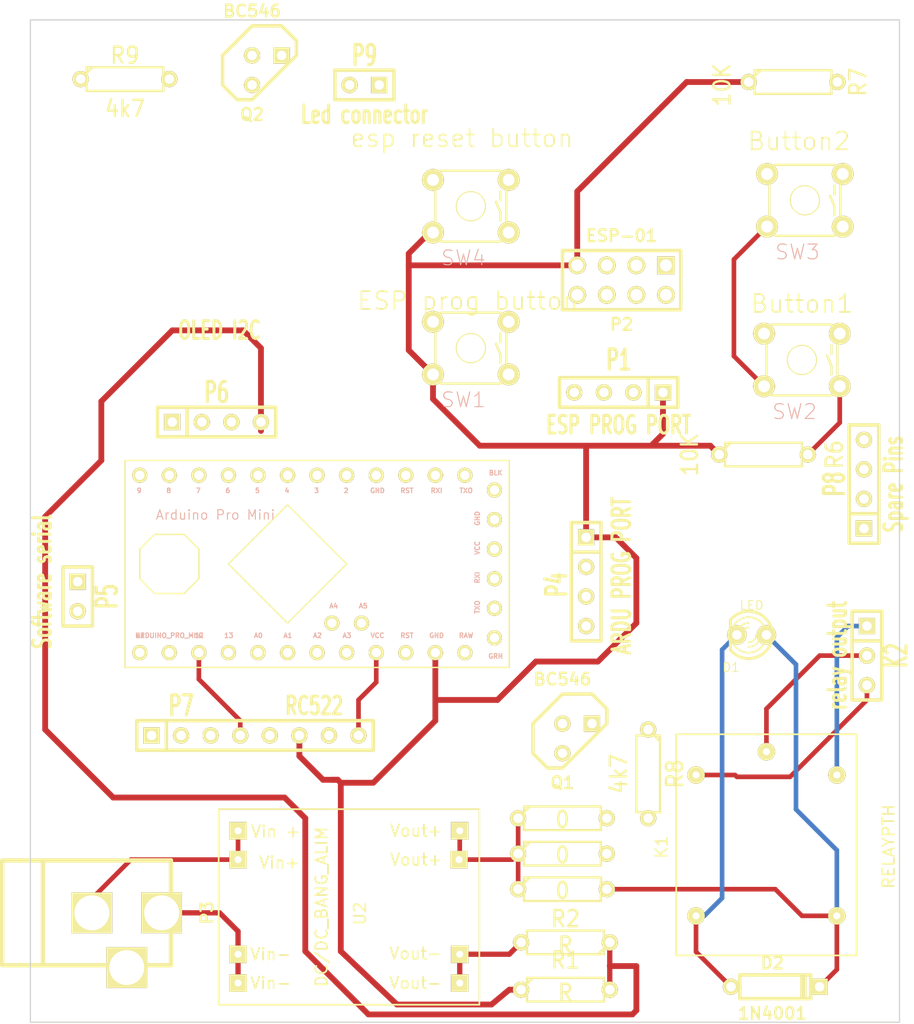
<source format=kicad_pcb>
(kicad_pcb (version 3) (host pcbnew "(2014-01-10 BZR 4027)-stable")

  (general
    (links 72)
    (no_connects 40)
    (area 96.348879 63.703999 179.374001 178.612001)
    (thickness 1.6)
    (drawings 9)
    (tracks 113)
    (zones 0)
    (modules 30)
    (nets 39)
  )

  (page A3)
  (layers
    (15 F.Cu signal)
    (0 B.Cu signal)
    (16 B.Adhes user)
    (17 F.Adhes user)
    (18 B.Paste user)
    (19 F.Paste user)
    (20 B.SilkS user)
    (21 F.SilkS user)
    (22 B.Mask user)
    (23 F.Mask user)
    (24 Dwgs.User user)
    (25 Cmts.User user)
    (26 Eco1.User user)
    (27 Eco2.User user)
    (28 Edge.Cuts user)
  )

  (setup
    (last_trace_width 0.4)
    (trace_clearance 0.354)
    (zone_clearance 0.2032)
    (zone_45_only no)
    (trace_min 0.254)
    (segment_width 0.2)
    (edge_width 0.1)
    (via_size 0.889)
    (via_drill 0.635)
    (via_min_size 0.889)
    (via_min_drill 0.508)
    (uvia_size 0.508)
    (uvia_drill 0.127)
    (uvias_allowed no)
    (uvia_min_size 0.508)
    (uvia_min_drill 0.127)
    (pcb_text_width 0.3)
    (pcb_text_size 1.5 1.5)
    (mod_edge_width 0.15)
    (mod_text_size 1 1)
    (mod_text_width 0.15)
    (pad_size 3.50012 3.50012)
    (pad_drill 2.99974)
    (pad_to_mask_clearance 0)
    (aux_axis_origin 0 0)
    (visible_elements FFFFFFFF)
    (pcbplotparams
      (layerselection 3178497)
      (usegerberextensions true)
      (excludeedgelayer true)
      (linewidth 0.150000)
      (plotframeref false)
      (viasonmask false)
      (mode 1)
      (useauxorigin false)
      (hpglpennumber 1)
      (hpglpenspeed 20)
      (hpglpendiameter 15)
      (hpglpenoverlay 2)
      (psnegative false)
      (psa4output false)
      (plotreference true)
      (plotvalue true)
      (plotothertext true)
      (plotinvisibletext false)
      (padsonsilk false)
      (subtractmaskfromsilk false)
      (outputformat 1)
      (mirror false)
      (drillshape 1)
      (scaleselection 1)
      (outputdirectory ""))
  )

  (net 0 "")
  (net 1 /A0)
  (net 2 /A1)
  (net 3 /A2)
  (net 4 /A3)
  (net 5 /ARDU_RST)
  (net 6 /Button1)
  (net 7 /Button2)
  (net 8 /D10)
  (net 9 /D11)
  (net 10 /D12)
  (net 11 /D13)
  (net 12 /D2)
  (net 13 /D4)
  (net 14 /D7)
  (net 15 /D8)
  (net 16 /D9)
  (net 17 /Led)
  (net 18 /RX_arduino)
  (net 19 /TX_arduino)
  (net 20 /Vcc_arduino)
  (net 21 /Vcc_esp)
  (net 22 /Vcc_relay)
  (net 23 /scl)
  (net 24 /sda)
  (net 25 AGND)
  (net 26 DGND)
  (net 27 GND)
  (net 28 N-0000016)
  (net 29 N-0000025)
  (net 30 N-0000028)
  (net 31 N-0000030)
  (net 32 N-0000031)
  (net 33 N-0000040)
  (net 34 N-0000041)
  (net 35 N-0000042)
  (net 36 N-0000043)
  (net 37 N-000005)
  (net 38 N-000006)

  (net_class Default "This is the default net class."
    (clearance 0.354)
    (trace_width 0.4)
    (via_dia 0.889)
    (via_drill 0.635)
    (uvia_dia 0.508)
    (uvia_drill 0.127)
    (add_net "")
    (add_net /A0)
    (add_net /A1)
    (add_net /A2)
    (add_net /A3)
    (add_net /ARDU_RST)
    (add_net /Button1)
    (add_net /Button2)
    (add_net /D10)
    (add_net /D11)
    (add_net /D12)
    (add_net /D13)
    (add_net /D2)
    (add_net /D4)
    (add_net /D7)
    (add_net /D8)
    (add_net /D9)
    (add_net /Led)
    (add_net /RX_arduino)
    (add_net /TX_arduino)
    (add_net /scl)
    (add_net /sda)
    (add_net N-0000016)
    (add_net N-0000025)
    (add_net N-0000028)
    (add_net N-0000040)
    (add_net N-0000041)
    (add_net N-0000042)
    (add_net N-0000043)
    (add_net N-000005)
    (add_net N-000006)
  )

  (net_class GND ""
    (clearance 0.354)
    (trace_width 0.5)
    (via_dia 0.889)
    (via_drill 0.635)
    (uvia_dia 0.508)
    (uvia_drill 0.127)
    (add_net AGND)
    (add_net DGND)
    (add_net GND)
    (add_net N-0000031)
  )

  (net_class Vcc ""
    (clearance 0.354)
    (trace_width 0.4)
    (via_dia 0.889)
    (via_drill 0.635)
    (uvia_dia 0.508)
    (uvia_drill 0.127)
    (add_net /Vcc_arduino)
    (add_net /Vcc_esp)
    (add_net /Vcc_relay)
    (add_net N-0000030)
  )

  (module TO92 (layer F.Cu) (tedit 443CFFD1) (tstamp 554D5A9C)
    (at 146.304 154.686)
    (descr "Transistor TO92 brochage type BC237")
    (tags "TR TO92")
    (path /553947BB)
    (fp_text reference Q1 (at -1.27 3.81) (layer F.SilkS)
      (effects (font (size 1.016 1.016) (thickness 0.2032)))
    )
    (fp_text value BC546 (at -1.27 -5.08) (layer F.SilkS)
      (effects (font (size 1.016 1.016) (thickness 0.2032)))
    )
    (fp_line (start -1.27 2.54) (end 2.54 -1.27) (layer F.SilkS) (width 0.3048))
    (fp_line (start 2.54 -1.27) (end 2.54 -2.54) (layer F.SilkS) (width 0.3048))
    (fp_line (start 2.54 -2.54) (end 1.27 -3.81) (layer F.SilkS) (width 0.3048))
    (fp_line (start 1.27 -3.81) (end -1.27 -3.81) (layer F.SilkS) (width 0.3048))
    (fp_line (start -1.27 -3.81) (end -3.81 -1.27) (layer F.SilkS) (width 0.3048))
    (fp_line (start -3.81 -1.27) (end -3.81 1.27) (layer F.SilkS) (width 0.3048))
    (fp_line (start -3.81 1.27) (end -2.54 2.54) (layer F.SilkS) (width 0.3048))
    (fp_line (start -2.54 2.54) (end -1.27 2.54) (layer F.SilkS) (width 0.3048))
    (pad 1 thru_hole rect (at 1.27 -1.27) (size 1.397 1.397) (drill 0.8128)
      (layers *.Cu *.Mask F.SilkS)
      (net 30 N-0000028)
    )
    (pad 2 thru_hole circle (at -1.27 -1.27) (size 1.397 1.397) (drill 0.8128)
      (layers *.Cu *.Mask F.SilkS)
      (net 29 N-0000025)
    )
    (pad 3 thru_hole circle (at -1.27 1.27) (size 1.397 1.397) (drill 0.8128)
      (layers *.Cu *.Mask F.SilkS)
      (net 27 GND)
    )
    (model discret/to98.wrl
      (at (xyz 0 0 0))
      (scale (xyz 1 1 1))
      (rotate (xyz 0 0 0))
    )
  )

  (module TO92 (layer F.Cu) (tedit 443CFFD1) (tstamp 554D5AAB)
    (at 119.634 97.282)
    (descr "Transistor TO92 brochage type BC237")
    (tags "TR TO92")
    (path /554911A6)
    (fp_text reference Q2 (at -1.27 3.81) (layer F.SilkS)
      (effects (font (size 1.016 1.016) (thickness 0.2032)))
    )
    (fp_text value BC546 (at -1.27 -5.08) (layer F.SilkS)
      (effects (font (size 1.016 1.016) (thickness 0.2032)))
    )
    (fp_line (start -1.27 2.54) (end 2.54 -1.27) (layer F.SilkS) (width 0.3048))
    (fp_line (start 2.54 -1.27) (end 2.54 -2.54) (layer F.SilkS) (width 0.3048))
    (fp_line (start 2.54 -2.54) (end 1.27 -3.81) (layer F.SilkS) (width 0.3048))
    (fp_line (start 1.27 -3.81) (end -1.27 -3.81) (layer F.SilkS) (width 0.3048))
    (fp_line (start -1.27 -3.81) (end -3.81 -1.27) (layer F.SilkS) (width 0.3048))
    (fp_line (start -3.81 -1.27) (end -3.81 1.27) (layer F.SilkS) (width 0.3048))
    (fp_line (start -3.81 1.27) (end -2.54 2.54) (layer F.SilkS) (width 0.3048))
    (fp_line (start -2.54 2.54) (end -1.27 2.54) (layer F.SilkS) (width 0.3048))
    (pad 1 thru_hole rect (at 1.27 -1.27) (size 1.397 1.397) (drill 0.8128)
      (layers *.Cu *.Mask F.SilkS)
      (net 38 N-000006)
    )
    (pad 2 thru_hole circle (at -1.27 -1.27) (size 1.397 1.397) (drill 0.8128)
      (layers *.Cu *.Mask F.SilkS)
      (net 37 N-000005)
    )
    (pad 3 thru_hole circle (at -1.27 1.27) (size 1.397 1.397) (drill 0.8128)
      (layers *.Cu *.Mask F.SilkS)
      (net 27 GND)
    )
    (model discret/to98.wrl
      (at (xyz 0 0 0))
      (scale (xyz 1 1 1))
      (rotate (xyz 0 0 0))
    )
  )

  (module step_down_bang (layer F.Cu) (tedit 554BABCE) (tstamp 554D5AC6)
    (at 126.492 169.164 90)
    (path /55490234)
    (fp_text reference U2 (at -0.5715 1.143 90) (layer F.SilkS)
      (effects (font (size 1 1) (thickness 0.15)))
    )
    (fp_text value DC/DC_BANG_ALIM (at 0 -2.159 90) (layer F.SilkS)
      (effects (font (size 1 1) (thickness 0.15)))
    )
    (fp_text user Vout+ (at 6.5405 5.969 180) (layer F.SilkS)
      (effects (font (size 1 1) (thickness 0.15)))
    )
    (fp_text user Vout+ (at 4.064 5.969 180) (layer F.SilkS)
      (effects (font (size 1 1) (thickness 0.15)))
    )
    (fp_text user Vout- (at -4.0005 5.9055 180) (layer F.SilkS)
      (effects (font (size 1 1) (thickness 0.15)))
    )
    (fp_text user Vout- (at -6.5405 5.9055 180) (layer F.SilkS)
      (effects (font (size 1 1) (thickness 0.15)))
    )
    (fp_text user Vin- (at -4.064 -6.5405 180) (layer F.SilkS)
      (effects (font (size 1 1) (thickness 0.15)))
    )
    (fp_text user Vin- (at -6.5405 -6.5405 180) (layer F.SilkS)
      (effects (font (size 1 1) (thickness 0.15)))
    )
    (fp_text user Vin+ (at 3.81 -5.7785 180) (layer F.SilkS)
      (effects (font (size 1 1) (thickness 0.15)))
    )
    (fp_text user "Vin +" (at 6.477 -6.096 180) (layer F.SilkS)
      (effects (font (size 1 1) (thickness 0.15)))
    )
    (fp_line (start -8.4 0) (end -8.4 -11) (layer F.SilkS) (width 0.15))
    (fp_line (start -8.4 -11) (end 0 -11) (layer F.SilkS) (width 0.15))
    (fp_line (start 0 -11) (end 8.4 -11) (layer F.SilkS) (width 0.15))
    (fp_line (start 8.4 -11) (end 8.4 0) (layer F.SilkS) (width 0.15))
    (fp_line (start 8.4 0) (end 8.4 11.4) (layer F.SilkS) (width 0.15))
    (fp_line (start 8.4 11.4) (end -8.4 11.4) (layer F.SilkS) (width 0.15))
    (fp_line (start -8.4 11.4) (end -8.4 0) (layer F.SilkS) (width 0.15))
    (pad 3 thru_hole rect (at -4.064 -9.3345 90) (size 1.5 1.5) (drill 0.6)
      (layers *.Cu *.Mask F.SilkS)
      (net 32 N-0000031)
    )
    (pad 4 thru_hole rect (at -6.5405 -9.3345 90) (size 1.5 1.5) (drill 0.6)
      (layers *.Cu *.Mask F.SilkS)
      (net 32 N-0000031)
    )
    (pad 1 thru_hole rect (at 6.5405 -9.3345 90) (size 1.5 1.5) (drill 0.6)
      (layers *.Cu *.Mask F.SilkS)
      (net 31 N-0000030)
    )
    (pad 2 thru_hole rect (at 4.064 -9.3345 90) (size 1.5 1.5) (drill 0.6)
      (layers *.Cu *.Mask F.SilkS)
      (net 31 N-0000030)
    )
    (pad 8 thru_hole rect (at -6.5405 9.7155 90) (size 1.5 1.5) (drill 0.6)
      (layers *.Cu *.Mask F.SilkS)
      (net 27 GND)
    )
    (pad 7 thru_hole rect (at -4.064 9.7155 90) (size 1.5 1.5) (drill 0.6)
      (layers *.Cu *.Mask F.SilkS)
      (net 27 GND)
    )
    (pad 5 thru_hole rect (at 6.5405 9.7155 90) (size 1.5 1.5) (drill 0.6)
      (layers *.Cu *.Mask F.SilkS)
      (net 36 N-0000043)
    )
    (pad 6 thru_hole rect (at 4.064 9.652 90) (size 1.5 1.5) (drill 0.6)
      (layers *.Cu *.Mask F.SilkS)
      (net 36 N-0000043)
    )
  )

  (module SparkFun-TACTILE-PTH (layer F.Cu) (tedit 554D4235) (tstamp 554D5AE2)
    (at 137.16 108.966 180)
    (descr "OMRON SWITCH")
    (tags "OMRON SWITCH")
    (path /554A5A58)
    (attr virtual)
    (fp_text reference SW4 (at 0.635 -4.445 180) (layer B.SilkS)
      (effects (font (size 1.27 1.27) (thickness 0.0889)))
    )
    (fp_text value "esp reset button" (at 0.762 5.842 180) (layer F.SilkS)
      (effects (font (size 1.524 1.524) (thickness 0.15)))
    )
    (fp_line (start 3.048 -1.016) (end 3.048 -2.54) (layer F.SilkS) (width 0.2032))
    (fp_line (start 3.048 -2.54) (end 2.54 -3.048) (layer F.SilkS) (width 0.2032))
    (fp_line (start 2.54 3.048) (end 3.048 2.54) (layer F.SilkS) (width 0.2032))
    (fp_line (start 3.048 2.54) (end 3.048 1.016) (layer F.SilkS) (width 0.2032))
    (fp_line (start -2.54 -3.048) (end -3.048 -2.54) (layer F.SilkS) (width 0.2032))
    (fp_line (start -3.048 -2.54) (end -3.048 -1.016) (layer F.SilkS) (width 0.2032))
    (fp_line (start -2.54 3.048) (end -3.048 2.54) (layer F.SilkS) (width 0.2032))
    (fp_line (start -3.048 2.54) (end -3.048 1.016) (layer F.SilkS) (width 0.2032))
    (fp_line (start 2.54 3.048) (end 2.159 3.048) (layer F.SilkS) (width 0.2032))
    (fp_line (start -2.54 3.048) (end -2.159 3.048) (layer F.SilkS) (width 0.2032))
    (fp_line (start -2.54 -3.048) (end -2.159 -3.048) (layer F.SilkS) (width 0.2032))
    (fp_line (start 2.54 -3.048) (end 2.159 -3.048) (layer F.SilkS) (width 0.2032))
    (fp_line (start 2.159 -3.048) (end -2.159 -3.048) (layer F.SilkS) (width 0.2032))
    (fp_line (start -2.159 3.048) (end 2.159 3.048) (layer F.SilkS) (width 0.2032))
    (fp_line (start 3.048 -0.99568) (end 3.048 1.016) (layer F.SilkS) (width 0.2032))
    (fp_line (start -3.048 -1.02616) (end -3.048 1.016) (layer F.SilkS) (width 0.2032))
    (fp_line (start -2.54 -1.27) (end -2.54 -0.508) (layer F.SilkS) (width 0.2032))
    (fp_line (start -2.54 0.508) (end -2.54 1.27) (layer F.SilkS) (width 0.2032))
    (fp_line (start -2.54 -0.508) (end -2.159 0.381) (layer F.SilkS) (width 0.2032))
    (fp_circle (center 0 0) (end -0.889 0.889) (layer F.SilkS) (width 0.1016))
    (pad 1 thru_hole circle (at -3.2512 -2.2606 180) (size 1.8796 1.8796) (drill 1.016)
      (layers *.Cu F.Paste F.SilkS F.Mask)
      (net 28 N-0000016)
    )
    (pad 2 thru_hole circle (at 3.2512 -2.2606 180) (size 1.8796 1.8796) (drill 1.016)
      (layers *.Cu F.Paste F.SilkS F.Mask)
      (net 26 DGND)
    )
    (pad 3 thru_hole circle (at -3.2512 2.2606 180) (size 1.8796 1.8796) (drill 1.016)
      (layers *.Cu F.Paste F.SilkS F.Mask)
    )
    (pad 4 thru_hole circle (at 3.2512 2.2606 180) (size 1.8796 1.8796) (drill 1.016)
      (layers *.Cu F.Paste F.SilkS F.Mask)
    )
  )

  (module SparkFun-TACTILE-PTH (layer F.Cu) (tedit 554D4245) (tstamp 554D5AFE)
    (at 165.862 108.458 180)
    (descr "OMRON SWITCH")
    (tags "OMRON SWITCH")
    (path /554913D4)
    (attr virtual)
    (fp_text reference SW3 (at 0.635 -4.445 180) (layer B.SilkS)
      (effects (font (size 1.27 1.27) (thickness 0.0889)))
    )
    (fp_text value Button2 (at 0.508 5.08 180) (layer F.SilkS)
      (effects (font (size 1.524 1.524) (thickness 0.15)))
    )
    (fp_line (start 3.048 -1.016) (end 3.048 -2.54) (layer F.SilkS) (width 0.2032))
    (fp_line (start 3.048 -2.54) (end 2.54 -3.048) (layer F.SilkS) (width 0.2032))
    (fp_line (start 2.54 3.048) (end 3.048 2.54) (layer F.SilkS) (width 0.2032))
    (fp_line (start 3.048 2.54) (end 3.048 1.016) (layer F.SilkS) (width 0.2032))
    (fp_line (start -2.54 -3.048) (end -3.048 -2.54) (layer F.SilkS) (width 0.2032))
    (fp_line (start -3.048 -2.54) (end -3.048 -1.016) (layer F.SilkS) (width 0.2032))
    (fp_line (start -2.54 3.048) (end -3.048 2.54) (layer F.SilkS) (width 0.2032))
    (fp_line (start -3.048 2.54) (end -3.048 1.016) (layer F.SilkS) (width 0.2032))
    (fp_line (start 2.54 3.048) (end 2.159 3.048) (layer F.SilkS) (width 0.2032))
    (fp_line (start -2.54 3.048) (end -2.159 3.048) (layer F.SilkS) (width 0.2032))
    (fp_line (start -2.54 -3.048) (end -2.159 -3.048) (layer F.SilkS) (width 0.2032))
    (fp_line (start 2.54 -3.048) (end 2.159 -3.048) (layer F.SilkS) (width 0.2032))
    (fp_line (start 2.159 -3.048) (end -2.159 -3.048) (layer F.SilkS) (width 0.2032))
    (fp_line (start -2.159 3.048) (end 2.159 3.048) (layer F.SilkS) (width 0.2032))
    (fp_line (start 3.048 -0.99568) (end 3.048 1.016) (layer F.SilkS) (width 0.2032))
    (fp_line (start -3.048 -1.02616) (end -3.048 1.016) (layer F.SilkS) (width 0.2032))
    (fp_line (start -2.54 -1.27) (end -2.54 -0.508) (layer F.SilkS) (width 0.2032))
    (fp_line (start -2.54 0.508) (end -2.54 1.27) (layer F.SilkS) (width 0.2032))
    (fp_line (start -2.54 -0.508) (end -2.159 0.381) (layer F.SilkS) (width 0.2032))
    (fp_circle (center 0 0) (end -0.889 0.889) (layer F.SilkS) (width 0.1016))
    (pad 1 thru_hole circle (at -3.2512 -2.2606 180) (size 1.8796 1.8796) (drill 1.016)
      (layers *.Cu F.Paste F.SilkS F.Mask)
      (net 7 /Button2)
    )
    (pad 2 thru_hole circle (at 3.2512 -2.2606 180) (size 1.8796 1.8796) (drill 1.016)
      (layers *.Cu F.Paste F.SilkS F.Mask)
      (net 20 /Vcc_arduino)
    )
    (pad 3 thru_hole circle (at -3.2512 2.2606 180) (size 1.8796 1.8796) (drill 1.016)
      (layers *.Cu F.Paste F.SilkS F.Mask)
    )
    (pad 4 thru_hole circle (at 3.2512 2.2606 180) (size 1.8796 1.8796) (drill 1.016)
      (layers *.Cu F.Paste F.SilkS F.Mask)
    )
  )

  (module SparkFun-TACTILE-PTH (layer F.Cu) (tedit 554D4242) (tstamp 554D5B1A)
    (at 165.608 122.174 180)
    (descr "OMRON SWITCH")
    (tags "OMRON SWITCH")
    (path /55491103)
    (attr virtual)
    (fp_text reference SW2 (at 0.635 -4.445 180) (layer B.SilkS)
      (effects (font (size 1.27 1.27) (thickness 0.0889)))
    )
    (fp_text value Button1 (at 0 4.826 180) (layer F.SilkS)
      (effects (font (size 1.524 1.524) (thickness 0.15)))
    )
    (fp_line (start 3.048 -1.016) (end 3.048 -2.54) (layer F.SilkS) (width 0.2032))
    (fp_line (start 3.048 -2.54) (end 2.54 -3.048) (layer F.SilkS) (width 0.2032))
    (fp_line (start 2.54 3.048) (end 3.048 2.54) (layer F.SilkS) (width 0.2032))
    (fp_line (start 3.048 2.54) (end 3.048 1.016) (layer F.SilkS) (width 0.2032))
    (fp_line (start -2.54 -3.048) (end -3.048 -2.54) (layer F.SilkS) (width 0.2032))
    (fp_line (start -3.048 -2.54) (end -3.048 -1.016) (layer F.SilkS) (width 0.2032))
    (fp_line (start -2.54 3.048) (end -3.048 2.54) (layer F.SilkS) (width 0.2032))
    (fp_line (start -3.048 2.54) (end -3.048 1.016) (layer F.SilkS) (width 0.2032))
    (fp_line (start 2.54 3.048) (end 2.159 3.048) (layer F.SilkS) (width 0.2032))
    (fp_line (start -2.54 3.048) (end -2.159 3.048) (layer F.SilkS) (width 0.2032))
    (fp_line (start -2.54 -3.048) (end -2.159 -3.048) (layer F.SilkS) (width 0.2032))
    (fp_line (start 2.54 -3.048) (end 2.159 -3.048) (layer F.SilkS) (width 0.2032))
    (fp_line (start 2.159 -3.048) (end -2.159 -3.048) (layer F.SilkS) (width 0.2032))
    (fp_line (start -2.159 3.048) (end 2.159 3.048) (layer F.SilkS) (width 0.2032))
    (fp_line (start 3.048 -0.99568) (end 3.048 1.016) (layer F.SilkS) (width 0.2032))
    (fp_line (start -3.048 -1.02616) (end -3.048 1.016) (layer F.SilkS) (width 0.2032))
    (fp_line (start -2.54 -1.27) (end -2.54 -0.508) (layer F.SilkS) (width 0.2032))
    (fp_line (start -2.54 0.508) (end -2.54 1.27) (layer F.SilkS) (width 0.2032))
    (fp_line (start -2.54 -0.508) (end -2.159 0.381) (layer F.SilkS) (width 0.2032))
    (fp_circle (center 0 0) (end -0.889 0.889) (layer F.SilkS) (width 0.1016))
    (pad 1 thru_hole circle (at -3.2512 -2.2606 180) (size 1.8796 1.8796) (drill 1.016)
      (layers *.Cu F.Paste F.SilkS F.Mask)
      (net 6 /Button1)
    )
    (pad 2 thru_hole circle (at 3.2512 -2.2606 180) (size 1.8796 1.8796) (drill 1.016)
      (layers *.Cu F.Paste F.SilkS F.Mask)
      (net 20 /Vcc_arduino)
    )
    (pad 3 thru_hole circle (at -3.2512 2.2606 180) (size 1.8796 1.8796) (drill 1.016)
      (layers *.Cu F.Paste F.SilkS F.Mask)
    )
    (pad 4 thru_hole circle (at 3.2512 2.2606 180) (size 1.8796 1.8796) (drill 1.016)
      (layers *.Cu F.Paste F.SilkS F.Mask)
    )
  )

  (module SIL-8 (layer F.Cu) (tedit 200000) (tstamp 554D5B2B)
    (at 118.618 154.432)
    (descr "Connecteur 8 pins")
    (tags "CONN DEV")
    (path /55490BCD)
    (fp_text reference P7 (at -6.35 -2.54) (layer F.SilkS)
      (effects (font (size 1.72974 1.08712) (thickness 0.3048)))
    )
    (fp_text value RC522 (at 5.08 -2.54) (layer F.SilkS)
      (effects (font (size 1.524 1.016) (thickness 0.3048)))
    )
    (fp_line (start -10.16 -1.27) (end 10.16 -1.27) (layer F.SilkS) (width 0.3048))
    (fp_line (start 10.16 -1.27) (end 10.16 1.27) (layer F.SilkS) (width 0.3048))
    (fp_line (start 10.16 1.27) (end -10.16 1.27) (layer F.SilkS) (width 0.3048))
    (fp_line (start -10.16 1.27) (end -10.16 -1.27) (layer F.SilkS) (width 0.3048))
    (fp_line (start -7.62 1.27) (end -7.62 -1.27) (layer F.SilkS) (width 0.3048))
    (pad 1 thru_hole rect (at -8.89 0) (size 1.397 1.397) (drill 0.8128)
      (layers *.Cu *.Mask F.SilkS)
      (net 8 /D10)
    )
    (pad 2 thru_hole circle (at -6.35 0) (size 1.397 1.397) (drill 0.8128)
      (layers *.Cu *.Mask F.SilkS)
      (net 11 /D13)
    )
    (pad 3 thru_hole circle (at -3.81 0) (size 1.397 1.397) (drill 0.8128)
      (layers *.Cu *.Mask F.SilkS)
      (net 9 /D11)
    )
    (pad 4 thru_hole circle (at -1.27 0) (size 1.397 1.397) (drill 0.8128)
      (layers *.Cu *.Mask F.SilkS)
      (net 10 /D12)
    )
    (pad 5 thru_hole circle (at 1.27 0) (size 1.397 1.397) (drill 0.8128)
      (layers *.Cu *.Mask F.SilkS)
    )
    (pad 6 thru_hole circle (at 3.81 0) (size 1.397 1.397) (drill 0.8128)
      (layers *.Cu *.Mask F.SilkS)
      (net 26 DGND)
    )
    (pad 7 thru_hole circle (at 6.35 0) (size 1.397 1.397) (drill 0.8128)
      (layers *.Cu *.Mask F.SilkS)
      (net 16 /D9)
    )
    (pad 8 thru_hole circle (at 8.89 0) (size 1.397 1.397) (drill 0.8128)
      (layers *.Cu *.Mask F.SilkS)
      (net 20 /Vcc_arduino)
    )
  )

  (module SIL-4 (layer F.Cu) (tedit 554D416F) (tstamp 554D5B3A)
    (at 170.942 132.842 90)
    (descr "Connecteur 4 pibs")
    (tags "CONN DEV")
    (path /554913FF)
    (fp_text reference P8 (at 0 -2.54 90) (layer F.SilkS)
      (effects (font (size 1.73482 1.08712) (thickness 0.3048)))
    )
    (fp_text value "Spare Pins" (at 0 2.54 90) (layer F.SilkS)
      (effects (font (size 1.524 1.016) (thickness 0.254)))
    )
    (fp_line (start -5.08 -1.27) (end -5.08 -1.27) (layer F.SilkS) (width 0.3048))
    (fp_line (start -5.08 1.27) (end -5.08 -1.27) (layer F.SilkS) (width 0.3048))
    (fp_line (start -5.08 -1.27) (end -5.08 -1.27) (layer F.SilkS) (width 0.3048))
    (fp_line (start -5.08 -1.27) (end 5.08 -1.27) (layer F.SilkS) (width 0.3048))
    (fp_line (start 5.08 -1.27) (end 5.08 1.27) (layer F.SilkS) (width 0.3048))
    (fp_line (start 5.08 1.27) (end -5.08 1.27) (layer F.SilkS) (width 0.3048))
    (fp_line (start -2.54 1.27) (end -2.54 -1.27) (layer F.SilkS) (width 0.3048))
    (pad 1 thru_hole rect (at -3.81 0 90) (size 1.397 1.397) (drill 0.8128)
      (layers *.Cu *.Mask F.SilkS)
      (net 1 /A0)
    )
    (pad 2 thru_hole circle (at -1.27 0 90) (size 1.397 1.397) (drill 0.8128)
      (layers *.Cu *.Mask F.SilkS)
      (net 2 /A1)
    )
    (pad 3 thru_hole circle (at 1.27 0 90) (size 1.397 1.397) (drill 0.8128)
      (layers *.Cu *.Mask F.SilkS)
      (net 3 /A2)
    )
    (pad 4 thru_hole circle (at 3.81 0 90) (size 1.397 1.397) (drill 0.8128)
      (layers *.Cu *.Mask F.SilkS)
      (net 4 /A3)
    )
  )

  (module SIL-4 (layer F.Cu) (tedit 554DCC69) (tstamp 554D5B49)
    (at 147.066 141.224 270)
    (descr "Connecteur 4 pibs")
    (tags "CONN DEV")
    (path /553947EB)
    (fp_text reference P4 (at 0.254 2.54 270) (layer F.SilkS)
      (effects (font (size 1.73482 1.08712) (thickness 0.3048)))
    )
    (fp_text value "ARDU PROG PORT" (at -0.508 -3.048 270) (layer F.SilkS)
      (effects (font (size 1.524 1.016) (thickness 0.254)))
    )
    (fp_line (start -5.08 -1.27) (end -5.08 -1.27) (layer F.SilkS) (width 0.3048))
    (fp_line (start -5.08 1.27) (end -5.08 -1.27) (layer F.SilkS) (width 0.3048))
    (fp_line (start -5.08 -1.27) (end -5.08 -1.27) (layer F.SilkS) (width 0.3048))
    (fp_line (start -5.08 -1.27) (end 5.08 -1.27) (layer F.SilkS) (width 0.3048))
    (fp_line (start 5.08 -1.27) (end 5.08 1.27) (layer F.SilkS) (width 0.3048))
    (fp_line (start 5.08 1.27) (end -5.08 1.27) (layer F.SilkS) (width 0.3048))
    (fp_line (start -2.54 1.27) (end -2.54 -1.27) (layer F.SilkS) (width 0.3048))
    (pad 1 thru_hole rect (at -3.81 0 270) (size 1.397 1.397) (drill 0.8128)
      (layers *.Cu *.Mask F.SilkS)
      (net 26 DGND)
    )
    (pad 2 thru_hole circle (at -1.27 0 270) (size 1.397 1.397) (drill 0.8128)
      (layers *.Cu *.Mask F.SilkS)
      (net 19 /TX_arduino)
    )
    (pad 3 thru_hole circle (at 1.27 0 270) (size 1.397 1.397) (drill 0.8128)
      (layers *.Cu *.Mask F.SilkS)
      (net 18 /RX_arduino)
    )
    (pad 4 thru_hole circle (at 3.81 0 270) (size 1.397 1.397) (drill 0.8128)
      (layers *.Cu *.Mask F.SilkS)
      (net 5 /ARDU_RST)
    )
  )

  (module SIL-4 (layer F.Cu) (tedit 554DCCEF) (tstamp 554D5B58)
    (at 115.316 127.508)
    (descr "Connecteur 4 pibs")
    (tags "CONN DEV")
    (path /55490F70)
    (fp_text reference P6 (at 0 -2.54) (layer F.SilkS)
      (effects (font (size 1.73482 1.08712) (thickness 0.3048)))
    )
    (fp_text value "OLED I2C" (at 0.254 -7.874) (layer F.SilkS)
      (effects (font (size 1.524 1.016) (thickness 0.254)))
    )
    (fp_line (start -5.08 -1.27) (end -5.08 -1.27) (layer F.SilkS) (width 0.3048))
    (fp_line (start -5.08 1.27) (end -5.08 -1.27) (layer F.SilkS) (width 0.3048))
    (fp_line (start -5.08 -1.27) (end -5.08 -1.27) (layer F.SilkS) (width 0.3048))
    (fp_line (start -5.08 -1.27) (end 5.08 -1.27) (layer F.SilkS) (width 0.3048))
    (fp_line (start 5.08 -1.27) (end 5.08 1.27) (layer F.SilkS) (width 0.3048))
    (fp_line (start 5.08 1.27) (end -5.08 1.27) (layer F.SilkS) (width 0.3048))
    (fp_line (start -2.54 1.27) (end -2.54 -1.27) (layer F.SilkS) (width 0.3048))
    (pad 1 thru_hole rect (at -3.81 0) (size 1.397 1.397) (drill 0.8128)
      (layers *.Cu *.Mask F.SilkS)
      (net 20 /Vcc_arduino)
    )
    (pad 2 thru_hole circle (at -1.27 0) (size 1.397 1.397) (drill 0.8128)
      (layers *.Cu *.Mask F.SilkS)
      (net 24 /sda)
    )
    (pad 3 thru_hole circle (at 1.27 0) (size 1.397 1.397) (drill 0.8128)
      (layers *.Cu *.Mask F.SilkS)
      (net 23 /scl)
    )
    (pad 4 thru_hole circle (at 3.81 0) (size 1.397 1.397) (drill 0.8128)
      (layers *.Cu *.Mask F.SilkS)
      (net 25 AGND)
    )
  )

  (module SIL-4 (layer F.Cu) (tedit 554D4AE1) (tstamp 554D5B76)
    (at 149.86 124.968 180)
    (descr "Connecteur 4 pibs")
    (tags "CONN DEV")
    (path /554909E6)
    (fp_text reference P1 (at 0 2.794 180) (layer F.SilkS)
      (effects (font (size 1.73482 1.08712) (thickness 0.3048)))
    )
    (fp_text value "ESP PROG PORT" (at 0 -2.794 180) (layer F.SilkS)
      (effects (font (size 1.524 1.016) (thickness 0.254)))
    )
    (fp_line (start -5.08 -1.27) (end -5.08 -1.27) (layer F.SilkS) (width 0.3048))
    (fp_line (start -5.08 1.27) (end -5.08 -1.27) (layer F.SilkS) (width 0.3048))
    (fp_line (start -5.08 -1.27) (end -5.08 -1.27) (layer F.SilkS) (width 0.3048))
    (fp_line (start -5.08 -1.27) (end 5.08 -1.27) (layer F.SilkS) (width 0.3048))
    (fp_line (start 5.08 -1.27) (end 5.08 1.27) (layer F.SilkS) (width 0.3048))
    (fp_line (start 5.08 1.27) (end -5.08 1.27) (layer F.SilkS) (width 0.3048))
    (fp_line (start -2.54 1.27) (end -2.54 -1.27) (layer F.SilkS) (width 0.3048))
    (pad 1 thru_hole rect (at -3.81 0 180) (size 1.397 1.397) (drill 0.8128)
      (layers *.Cu *.Mask F.SilkS)
      (net 26 DGND)
    )
    (pad 2 thru_hole circle (at -1.27 0 180) (size 1.397 1.397) (drill 0.8128)
      (layers *.Cu *.Mask F.SilkS)
      (net 18 /RX_arduino)
    )
    (pad 3 thru_hole circle (at 1.27 0 180) (size 1.397 1.397) (drill 0.8128)
      (layers *.Cu *.Mask F.SilkS)
      (net 19 /TX_arduino)
    )
    (pad 4 thru_hole circle (at 3.81 0 180) (size 1.397 1.397) (drill 0.8128)
      (layers *.Cu *.Mask F.SilkS)
    )
  )

  (module SIL-3 (layer F.Cu) (tedit 554D4159) (tstamp 554D5B82)
    (at 171.196 147.574 270)
    (descr "Connecteur 3 pins")
    (tags "CONN DEV")
    (path /5549063D)
    (fp_text reference K2 (at 0 -2.54 270) (layer F.SilkS)
      (effects (font (size 1.7907 1.07696) (thickness 0.3048)))
    )
    (fp_text value "relay output" (at 0 2.54 270) (layer F.SilkS)
      (effects (font (size 1.524 1.016) (thickness 0.254)))
    )
    (fp_line (start -3.81 1.27) (end -3.81 -1.27) (layer F.SilkS) (width 0.3048))
    (fp_line (start -3.81 -1.27) (end 3.81 -1.27) (layer F.SilkS) (width 0.3048))
    (fp_line (start 3.81 -1.27) (end 3.81 1.27) (layer F.SilkS) (width 0.3048))
    (fp_line (start 3.81 1.27) (end -3.81 1.27) (layer F.SilkS) (width 0.3048))
    (fp_line (start -1.27 -1.27) (end -1.27 1.27) (layer F.SilkS) (width 0.3048))
    (pad 1 thru_hole rect (at -2.54 0 270) (size 1.397 1.397) (drill 0.8128)
      (layers *.Cu *.Mask F.SilkS)
      (net 34 N-0000041)
    )
    (pad 2 thru_hole circle (at 0 0 270) (size 1.397 1.397) (drill 0.8128)
      (layers *.Cu *.Mask F.SilkS)
      (net 35 N-0000042)
    )
    (pad 3 thru_hole circle (at 2.54 0 270) (size 1.397 1.397) (drill 0.8128)
      (layers *.Cu *.Mask F.SilkS)
      (net 33 N-0000040)
    )
  )

  (module SIL-2 (layer F.Cu) (tedit 554D4087) (tstamp 554D5B8C)
    (at 103.378 142.494 270)
    (descr "Connecteurs 2 pins")
    (tags "CONN DEV")
    (path /55490B1D)
    (fp_text reference P5 (at 0 -2.54 270) (layer F.SilkS)
      (effects (font (size 1.72974 1.08712) (thickness 0.3048)))
    )
    (fp_text value "Software serial" (at -1.27 3.048 270) (layer F.SilkS)
      (effects (font (size 1.524 1.016) (thickness 0.254)))
    )
    (fp_line (start -2.54 1.27) (end -2.54 -1.27) (layer F.SilkS) (width 0.3048))
    (fp_line (start -2.54 -1.27) (end 2.54 -1.27) (layer F.SilkS) (width 0.3048))
    (fp_line (start 2.54 -1.27) (end 2.54 1.27) (layer F.SilkS) (width 0.3048))
    (fp_line (start 2.54 1.27) (end -2.54 1.27) (layer F.SilkS) (width 0.3048))
    (pad 1 thru_hole rect (at -1.27 0 270) (size 1.397 1.397) (drill 0.8128)
      (layers *.Cu *.Mask F.SilkS)
      (net 15 /D8)
    )
    (pad 2 thru_hole circle (at 1.27 0 270) (size 1.397 1.397) (drill 0.8128)
      (layers *.Cu *.Mask F.SilkS)
      (net 14 /D7)
    )
  )

  (module SIL-2 (layer F.Cu) (tedit 554D4147) (tstamp 554D5B96)
    (at 128.016 98.552 180)
    (descr "Connecteurs 2 pins")
    (tags "CONN DEV")
    (path /55491229)
    (fp_text reference P9 (at 0 2.54 180) (layer F.SilkS)
      (effects (font (size 1.72974 1.08712) (thickness 0.3048)))
    )
    (fp_text value "Led connector" (at 0 -2.54 180) (layer F.SilkS)
      (effects (font (size 1.524 1.016) (thickness 0.254)))
    )
    (fp_line (start -2.54 1.27) (end -2.54 -1.27) (layer F.SilkS) (width 0.3048))
    (fp_line (start -2.54 -1.27) (end 2.54 -1.27) (layer F.SilkS) (width 0.3048))
    (fp_line (start 2.54 -1.27) (end 2.54 1.27) (layer F.SilkS) (width 0.3048))
    (fp_line (start 2.54 1.27) (end -2.54 1.27) (layer F.SilkS) (width 0.3048))
    (pad 1 thru_hole rect (at -1.27 0 180) (size 1.397 1.397) (drill 0.8128)
      (layers *.Cu *.Mask F.SilkS)
      (net 22 /Vcc_relay)
    )
    (pad 2 thru_hole circle (at 1.27 0 180) (size 1.397 1.397) (drill 0.8128)
      (layers *.Cu *.Mask F.SilkS)
      (net 38 N-000006)
    )
  )

  (module R3 (layer F.Cu) (tedit 4E4C0E65) (tstamp 554D5BA4)
    (at 145.034 164.592)
    (descr "Resitance 3 pas")
    (tags R)
    (path /5549038A)
    (autoplace_cost180 10)
    (fp_text reference R4 (at 0 0.127) (layer F.SilkS) hide
      (effects (font (size 1.397 1.27) (thickness 0.2032)))
    )
    (fp_text value 0 (at 0 0.127) (layer F.SilkS)
      (effects (font (size 1.397 1.27) (thickness 0.2032)))
    )
    (fp_line (start -3.81 0) (end -3.302 0) (layer F.SilkS) (width 0.2032))
    (fp_line (start 3.81 0) (end 3.302 0) (layer F.SilkS) (width 0.2032))
    (fp_line (start 3.302 0) (end 3.302 -1.016) (layer F.SilkS) (width 0.2032))
    (fp_line (start 3.302 -1.016) (end -3.302 -1.016) (layer F.SilkS) (width 0.2032))
    (fp_line (start -3.302 -1.016) (end -3.302 1.016) (layer F.SilkS) (width 0.2032))
    (fp_line (start -3.302 1.016) (end 3.302 1.016) (layer F.SilkS) (width 0.2032))
    (fp_line (start 3.302 1.016) (end 3.302 0) (layer F.SilkS) (width 0.2032))
    (fp_line (start -3.302 -0.508) (end -2.794 -1.016) (layer F.SilkS) (width 0.2032))
    (pad 1 thru_hole circle (at -3.81 0) (size 1.397 1.397) (drill 0.8128)
      (layers *.Cu *.Mask F.SilkS)
      (net 36 N-0000043)
    )
    (pad 2 thru_hole circle (at 3.81 0) (size 1.397 1.397) (drill 0.8128)
      (layers *.Cu *.Mask F.SilkS)
      (net 21 /Vcc_esp)
    )
    (model discret/resistor.wrl
      (at (xyz 0 0 0))
      (scale (xyz 0.3 0.3 0.3))
      (rotate (xyz 0 0 0))
    )
  )

  (module R3 (layer F.Cu) (tedit 4E4C0E65) (tstamp 554D5BB2)
    (at 145.034 167.64)
    (descr "Resitance 3 pas")
    (tags R)
    (path /55490342)
    (autoplace_cost180 10)
    (fp_text reference R3 (at 0 0.127) (layer F.SilkS) hide
      (effects (font (size 1.397 1.27) (thickness 0.2032)))
    )
    (fp_text value 0 (at 0 0.127) (layer F.SilkS)
      (effects (font (size 1.397 1.27) (thickness 0.2032)))
    )
    (fp_line (start -3.81 0) (end -3.302 0) (layer F.SilkS) (width 0.2032))
    (fp_line (start 3.81 0) (end 3.302 0) (layer F.SilkS) (width 0.2032))
    (fp_line (start 3.302 0) (end 3.302 -1.016) (layer F.SilkS) (width 0.2032))
    (fp_line (start 3.302 -1.016) (end -3.302 -1.016) (layer F.SilkS) (width 0.2032))
    (fp_line (start -3.302 -1.016) (end -3.302 1.016) (layer F.SilkS) (width 0.2032))
    (fp_line (start -3.302 1.016) (end 3.302 1.016) (layer F.SilkS) (width 0.2032))
    (fp_line (start 3.302 1.016) (end 3.302 0) (layer F.SilkS) (width 0.2032))
    (fp_line (start -3.302 -0.508) (end -2.794 -1.016) (layer F.SilkS) (width 0.2032))
    (pad 1 thru_hole circle (at -3.81 0) (size 1.397 1.397) (drill 0.8128)
      (layers *.Cu *.Mask F.SilkS)
      (net 36 N-0000043)
    )
    (pad 2 thru_hole circle (at 3.81 0) (size 1.397 1.397) (drill 0.8128)
      (layers *.Cu *.Mask F.SilkS)
      (net 22 /Vcc_relay)
    )
    (model discret/resistor.wrl
      (at (xyz 0 0 0))
      (scale (xyz 0.3 0.3 0.3))
      (rotate (xyz 0 0 0))
    )
  )

  (module R3 (layer F.Cu) (tedit 554D49F1) (tstamp 554D5BC0)
    (at 107.442 98.044)
    (descr "Resitance 3 pas")
    (tags R)
    (path /554911B2)
    (autoplace_cost180 10)
    (fp_text reference R9 (at 0 -2.032) (layer F.SilkS)
      (effects (font (size 1.397 1.27) (thickness 0.2032)))
    )
    (fp_text value 4k7 (at 0 2.54) (layer F.SilkS)
      (effects (font (size 1.397 1.27) (thickness 0.2032)))
    )
    (fp_line (start -3.81 0) (end -3.302 0) (layer F.SilkS) (width 0.2032))
    (fp_line (start 3.81 0) (end 3.302 0) (layer F.SilkS) (width 0.2032))
    (fp_line (start 3.302 0) (end 3.302 -1.016) (layer F.SilkS) (width 0.2032))
    (fp_line (start 3.302 -1.016) (end -3.302 -1.016) (layer F.SilkS) (width 0.2032))
    (fp_line (start -3.302 -1.016) (end -3.302 1.016) (layer F.SilkS) (width 0.2032))
    (fp_line (start -3.302 1.016) (end 3.302 1.016) (layer F.SilkS) (width 0.2032))
    (fp_line (start 3.302 1.016) (end 3.302 0) (layer F.SilkS) (width 0.2032))
    (fp_line (start -3.302 -0.508) (end -2.794 -1.016) (layer F.SilkS) (width 0.2032))
    (pad 1 thru_hole circle (at -3.81 0) (size 1.397 1.397) (drill 0.8128)
      (layers *.Cu *.Mask F.SilkS)
      (net 17 /Led)
    )
    (pad 2 thru_hole circle (at 3.81 0) (size 1.397 1.397) (drill 0.8128)
      (layers *.Cu *.Mask F.SilkS)
      (net 37 N-000005)
    )
    (model discret/resistor.wrl
      (at (xyz 0 0 0))
      (scale (xyz 0.3 0.3 0.3))
      (rotate (xyz 0 0 0))
    )
  )

  (module R3 (layer F.Cu) (tedit 554D4A11) (tstamp 554D5BCE)
    (at 152.4 157.734 270)
    (descr "Resitance 3 pas")
    (tags R)
    (path /55394809)
    (autoplace_cost180 10)
    (fp_text reference R8 (at 0 -2.286 270) (layer F.SilkS)
      (effects (font (size 1.397 1.27) (thickness 0.2032)))
    )
    (fp_text value 4k7 (at 0 2.54 270) (layer F.SilkS)
      (effects (font (size 1.397 1.27) (thickness 0.2032)))
    )
    (fp_line (start -3.81 0) (end -3.302 0) (layer F.SilkS) (width 0.2032))
    (fp_line (start 3.81 0) (end 3.302 0) (layer F.SilkS) (width 0.2032))
    (fp_line (start 3.302 0) (end 3.302 -1.016) (layer F.SilkS) (width 0.2032))
    (fp_line (start 3.302 -1.016) (end -3.302 -1.016) (layer F.SilkS) (width 0.2032))
    (fp_line (start -3.302 -1.016) (end -3.302 1.016) (layer F.SilkS) (width 0.2032))
    (fp_line (start -3.302 1.016) (end 3.302 1.016) (layer F.SilkS) (width 0.2032))
    (fp_line (start 3.302 1.016) (end 3.302 0) (layer F.SilkS) (width 0.2032))
    (fp_line (start -3.302 -0.508) (end -2.794 -1.016) (layer F.SilkS) (width 0.2032))
    (pad 1 thru_hole circle (at -3.81 0 270) (size 1.397 1.397) (drill 0.8128)
      (layers *.Cu *.Mask F.SilkS)
      (net 12 /D2)
    )
    (pad 2 thru_hole circle (at 3.81 0 270) (size 1.397 1.397) (drill 0.8128)
      (layers *.Cu *.Mask F.SilkS)
      (net 29 N-0000025)
    )
    (model discret/resistor.wrl
      (at (xyz 0 0 0))
      (scale (xyz 0.3 0.3 0.3))
      (rotate (xyz 0 0 0))
    )
  )

  (module R3 (layer F.Cu) (tedit 554D4293) (tstamp 554D5BDC)
    (at 162.306 130.302)
    (descr "Resitance 3 pas")
    (tags R)
    (path /5549137F)
    (autoplace_cost180 10)
    (fp_text reference R6 (at 6.096 0 90) (layer F.SilkS)
      (effects (font (size 1.397 1.27) (thickness 0.2032)))
    )
    (fp_text value 10K (at -6.35 0 90) (layer F.SilkS)
      (effects (font (size 1.397 1.27) (thickness 0.2032)))
    )
    (fp_line (start -3.81 0) (end -3.302 0) (layer F.SilkS) (width 0.2032))
    (fp_line (start 3.81 0) (end 3.302 0) (layer F.SilkS) (width 0.2032))
    (fp_line (start 3.302 0) (end 3.302 -1.016) (layer F.SilkS) (width 0.2032))
    (fp_line (start 3.302 -1.016) (end -3.302 -1.016) (layer F.SilkS) (width 0.2032))
    (fp_line (start -3.302 -1.016) (end -3.302 1.016) (layer F.SilkS) (width 0.2032))
    (fp_line (start -3.302 1.016) (end 3.302 1.016) (layer F.SilkS) (width 0.2032))
    (fp_line (start 3.302 1.016) (end 3.302 0) (layer F.SilkS) (width 0.2032))
    (fp_line (start -3.302 -0.508) (end -2.794 -1.016) (layer F.SilkS) (width 0.2032))
    (pad 1 thru_hole circle (at -3.81 0) (size 1.397 1.397) (drill 0.8128)
      (layers *.Cu *.Mask F.SilkS)
      (net 26 DGND)
    )
    (pad 2 thru_hole circle (at 3.81 0) (size 1.397 1.397) (drill 0.8128)
      (layers *.Cu *.Mask F.SilkS)
      (net 6 /Button1)
    )
    (model discret/resistor.wrl
      (at (xyz 0 0 0))
      (scale (xyz 0.3 0.3 0.3))
      (rotate (xyz 0 0 0))
    )
  )

  (module R3 (layer F.Cu) (tedit 554D4281) (tstamp 554D5BEA)
    (at 164.846 98.298)
    (descr "Resitance 3 pas")
    (tags R)
    (path /554913DD)
    (autoplace_cost180 10)
    (fp_text reference R7 (at 5.588 0 90) (layer F.SilkS)
      (effects (font (size 1.397 1.27) (thickness 0.2032)))
    )
    (fp_text value 10K (at -6.096 0.254 90) (layer F.SilkS)
      (effects (font (size 1.397 1.27) (thickness 0.2032)))
    )
    (fp_line (start -3.81 0) (end -3.302 0) (layer F.SilkS) (width 0.2032))
    (fp_line (start 3.81 0) (end 3.302 0) (layer F.SilkS) (width 0.2032))
    (fp_line (start 3.302 0) (end 3.302 -1.016) (layer F.SilkS) (width 0.2032))
    (fp_line (start 3.302 -1.016) (end -3.302 -1.016) (layer F.SilkS) (width 0.2032))
    (fp_line (start -3.302 -1.016) (end -3.302 1.016) (layer F.SilkS) (width 0.2032))
    (fp_line (start -3.302 1.016) (end 3.302 1.016) (layer F.SilkS) (width 0.2032))
    (fp_line (start 3.302 1.016) (end 3.302 0) (layer F.SilkS) (width 0.2032))
    (fp_line (start -3.302 -0.508) (end -2.794 -1.016) (layer F.SilkS) (width 0.2032))
    (pad 1 thru_hole circle (at -3.81 0) (size 1.397 1.397) (drill 0.8128)
      (layers *.Cu *.Mask F.SilkS)
      (net 26 DGND)
    )
    (pad 2 thru_hole circle (at 3.81 0) (size 1.397 1.397) (drill 0.8128)
      (layers *.Cu *.Mask F.SilkS)
      (net 7 /Button2)
    )
    (model discret/resistor.wrl
      (at (xyz 0 0 0))
      (scale (xyz 0.3 0.3 0.3))
      (rotate (xyz 0 0 0))
    )
  )

  (module R3 (layer F.Cu) (tedit 4E4C0E65) (tstamp 554D5BF8)
    (at 145.034 161.544)
    (descr "Resitance 3 pas")
    (tags R)
    (path /55490390)
    (autoplace_cost180 10)
    (fp_text reference R5 (at 0 0.127) (layer F.SilkS) hide
      (effects (font (size 1.397 1.27) (thickness 0.2032)))
    )
    (fp_text value 0 (at 0 0.127) (layer F.SilkS)
      (effects (font (size 1.397 1.27) (thickness 0.2032)))
    )
    (fp_line (start -3.81 0) (end -3.302 0) (layer F.SilkS) (width 0.2032))
    (fp_line (start 3.81 0) (end 3.302 0) (layer F.SilkS) (width 0.2032))
    (fp_line (start 3.302 0) (end 3.302 -1.016) (layer F.SilkS) (width 0.2032))
    (fp_line (start 3.302 -1.016) (end -3.302 -1.016) (layer F.SilkS) (width 0.2032))
    (fp_line (start -3.302 -1.016) (end -3.302 1.016) (layer F.SilkS) (width 0.2032))
    (fp_line (start -3.302 1.016) (end 3.302 1.016) (layer F.SilkS) (width 0.2032))
    (fp_line (start 3.302 1.016) (end 3.302 0) (layer F.SilkS) (width 0.2032))
    (fp_line (start -3.302 -0.508) (end -2.794 -1.016) (layer F.SilkS) (width 0.2032))
    (pad 1 thru_hole circle (at -3.81 0) (size 1.397 1.397) (drill 0.8128)
      (layers *.Cu *.Mask F.SilkS)
      (net 36 N-0000043)
    )
    (pad 2 thru_hole circle (at 3.81 0) (size 1.397 1.397) (drill 0.8128)
      (layers *.Cu *.Mask F.SilkS)
      (net 20 /Vcc_arduino)
    )
    (model discret/resistor.wrl
      (at (xyz 0 0 0))
      (scale (xyz 0.3 0.3 0.3))
      (rotate (xyz 0 0 0))
    )
  )

  (module R3 (layer F.Cu) (tedit 554D432C) (tstamp 554D5C06)
    (at 145.288 176.276)
    (descr "Resitance 3 pas")
    (tags R)
    (path /55492450)
    (autoplace_cost180 10)
    (fp_text reference R1 (at 0 -2.54) (layer F.SilkS)
      (effects (font (size 1.397 1.27) (thickness 0.2032)))
    )
    (fp_text value R (at 0 0.254) (layer F.SilkS)
      (effects (font (size 1.397 1.27) (thickness 0.2032)))
    )
    (fp_line (start -3.81 0) (end -3.302 0) (layer F.SilkS) (width 0.2032))
    (fp_line (start 3.81 0) (end 3.302 0) (layer F.SilkS) (width 0.2032))
    (fp_line (start 3.302 0) (end 3.302 -1.016) (layer F.SilkS) (width 0.2032))
    (fp_line (start 3.302 -1.016) (end -3.302 -1.016) (layer F.SilkS) (width 0.2032))
    (fp_line (start -3.302 -1.016) (end -3.302 1.016) (layer F.SilkS) (width 0.2032))
    (fp_line (start -3.302 1.016) (end 3.302 1.016) (layer F.SilkS) (width 0.2032))
    (fp_line (start 3.302 1.016) (end 3.302 0) (layer F.SilkS) (width 0.2032))
    (fp_line (start -3.302 -0.508) (end -2.794 -1.016) (layer F.SilkS) (width 0.2032))
    (pad 1 thru_hole circle (at -3.81 0) (size 1.397 1.397) (drill 0.8128)
      (layers *.Cu *.Mask F.SilkS)
      (net 26 DGND)
    )
    (pad 2 thru_hole circle (at 3.81 0) (size 1.397 1.397) (drill 0.8128)
      (layers *.Cu *.Mask F.SilkS)
      (net 25 AGND)
    )
    (model discret/resistor.wrl
      (at (xyz 0 0 0))
      (scale (xyz 0.3 0.3 0.3))
      (rotate (xyz 0 0 0))
    )
  )

  (module R3 (layer F.Cu) (tedit 554D432A) (tstamp 554D5C14)
    (at 145.288 172.212 180)
    (descr "Resitance 3 pas")
    (tags R)
    (path /5549247B)
    (autoplace_cost180 10)
    (fp_text reference R2 (at 0 2.032 180) (layer F.SilkS)
      (effects (font (size 1.397 1.27) (thickness 0.2032)))
    )
    (fp_text value R (at 0 -0.254 180) (layer F.SilkS)
      (effects (font (size 1.397 1.27) (thickness 0.2032)))
    )
    (fp_line (start -3.81 0) (end -3.302 0) (layer F.SilkS) (width 0.2032))
    (fp_line (start 3.81 0) (end 3.302 0) (layer F.SilkS) (width 0.2032))
    (fp_line (start 3.302 0) (end 3.302 -1.016) (layer F.SilkS) (width 0.2032))
    (fp_line (start 3.302 -1.016) (end -3.302 -1.016) (layer F.SilkS) (width 0.2032))
    (fp_line (start -3.302 -1.016) (end -3.302 1.016) (layer F.SilkS) (width 0.2032))
    (fp_line (start -3.302 1.016) (end 3.302 1.016) (layer F.SilkS) (width 0.2032))
    (fp_line (start 3.302 1.016) (end 3.302 0) (layer F.SilkS) (width 0.2032))
    (fp_line (start -3.302 -0.508) (end -2.794 -1.016) (layer F.SilkS) (width 0.2032))
    (pad 1 thru_hole circle (at -3.81 0 180) (size 1.397 1.397) (drill 0.8128)
      (layers *.Cu *.Mask F.SilkS)
      (net 25 AGND)
    )
    (pad 2 thru_hole circle (at 3.81 0 180) (size 1.397 1.397) (drill 0.8128)
      (layers *.Cu *.Mask F.SilkS)
      (net 27 GND)
    )
    (model discret/resistor.wrl
      (at (xyz 0 0 0))
      (scale (xyz 0.3 0.3 0.3))
      (rotate (xyz 0 0 0))
    )
  )

  (module pin_array_4x2 (layer F.Cu) (tedit 554DCE96) (tstamp 554D5C24)
    (at 150.114 115.316 180)
    (descr "Double rangee de contacts 2 x 4 pins")
    (tags CONN)
    (path /55256BF1)
    (fp_text reference P2 (at 0 -3.81 180) (layer F.SilkS)
      (effects (font (size 1.016 1.016) (thickness 0.2032)))
    )
    (fp_text value ESP-01 (at 0 3.81 180) (layer F.SilkS)
      (effects (font (size 1.016 1.016) (thickness 0.2032)))
    )
    (fp_line (start -5.08 -2.54) (end 5.08 -2.54) (layer F.SilkS) (width 0.3048))
    (fp_line (start 5.08 -2.54) (end 5.08 2.54) (layer F.SilkS) (width 0.3048))
    (fp_line (start 5.08 2.54) (end -5.08 2.54) (layer F.SilkS) (width 0.3048))
    (fp_line (start -5.08 2.54) (end -5.08 -2.54) (layer F.SilkS) (width 0.3048))
    (pad 1 thru_hole rect (at -3.81 1.27 180) (size 1.524 1.524) (drill 1.016)
      (layers *.Cu *.Mask F.SilkS)
      (net 18 /RX_arduino)
    )
    (pad 2 thru_hole circle (at -3.81 -1.27 180) (size 1.524 1.524) (drill 1.016)
      (layers *.Cu *.Mask F.SilkS)
      (net 21 /Vcc_esp)
    )
    (pad 3 thru_hole circle (at -1.27 1.27 180) (size 1.524 1.524) (drill 1.016)
      (layers *.Cu *.Mask F.SilkS)
      (net 5 /ARDU_RST)
    )
    (pad 4 thru_hole circle (at -1.27 -1.27 180) (size 1.524 1.524) (drill 1.016)
      (layers *.Cu *.Mask F.SilkS)
      (net 28 N-0000016)
    )
    (pad 5 thru_hole circle (at 1.27 1.27 180) (size 1.524 1.524) (drill 1.016)
      (layers *.Cu *.Mask F.SilkS)
    )
    (pad 6 thru_hole circle (at 1.27 -1.27 180) (size 1.524 1.524) (drill 1.016)
      (layers *.Cu *.Mask F.SilkS)
      (net 13 /D4)
    )
    (pad 7 thru_hole circle (at 3.81 1.27 180) (size 1.524 1.524) (drill 1.016)
      (layers *.Cu *.Mask F.SilkS)
      (net 26 DGND)
    )
    (pad 8 thru_hole circle (at 3.81 -1.27 180) (size 1.524 1.524) (drill 1.016)
      (layers *.Cu *.Mask F.SilkS)
      (net 19 /TX_arduino)
    )
    (model pin_array/pins_array_4x2.wrl
      (at (xyz 0 0 0))
      (scale (xyz 1 1 1))
      (rotate (xyz 0 0 0))
    )
  )

  (module LED-3MM (layer F.Cu) (tedit 50ADE848) (tstamp 554D5C3D)
    (at 161.29 145.796 180)
    (descr "LED 3mm - Lead pitch 100mil (2,54mm)")
    (tags "LED led 3mm 3MM 100mil 2,54mm")
    (path /553947FA)
    (fp_text reference D1 (at 1.778 -2.794 180) (layer F.SilkS)
      (effects (font (size 0.762 0.762) (thickness 0.0889)))
    )
    (fp_text value LED (at 0 2.54 180) (layer F.SilkS)
      (effects (font (size 0.762 0.762) (thickness 0.0889)))
    )
    (fp_line (start 1.8288 1.27) (end 1.8288 -1.27) (layer F.SilkS) (width 0.254))
    (fp_arc (start 0.254 0) (end -1.27 0) (angle 39.8) (layer F.SilkS) (width 0.1524))
    (fp_arc (start 0.254 0) (end -0.88392 1.01092) (angle 41.6) (layer F.SilkS) (width 0.1524))
    (fp_arc (start 0.254 0) (end 1.4097 -0.9906) (angle 40.6) (layer F.SilkS) (width 0.1524))
    (fp_arc (start 0.254 0) (end 1.778 0) (angle 39.8) (layer F.SilkS) (width 0.1524))
    (fp_arc (start 0.254 0) (end 0.254 -1.524) (angle 54.4) (layer F.SilkS) (width 0.1524))
    (fp_arc (start 0.254 0) (end -0.9652 -0.9144) (angle 53.1) (layer F.SilkS) (width 0.1524))
    (fp_arc (start 0.254 0) (end 1.45542 0.93472) (angle 52.1) (layer F.SilkS) (width 0.1524))
    (fp_arc (start 0.254 0) (end 0.254 1.524) (angle 52.1) (layer F.SilkS) (width 0.1524))
    (fp_arc (start 0.254 0) (end -0.381 0) (angle 90) (layer F.SilkS) (width 0.1524))
    (fp_arc (start 0.254 0) (end -0.762 0) (angle 90) (layer F.SilkS) (width 0.1524))
    (fp_arc (start 0.254 0) (end 0.889 0) (angle 90) (layer F.SilkS) (width 0.1524))
    (fp_arc (start 0.254 0) (end 1.27 0) (angle 90) (layer F.SilkS) (width 0.1524))
    (fp_arc (start 0.254 0) (end 0.254 -2.032) (angle 50.1) (layer F.SilkS) (width 0.254))
    (fp_arc (start 0.254 0) (end -1.5367 -0.95504) (angle 61.9) (layer F.SilkS) (width 0.254))
    (fp_arc (start 0.254 0) (end 1.8034 1.31064) (angle 49.7) (layer F.SilkS) (width 0.254))
    (fp_arc (start 0.254 0) (end 0.254 2.032) (angle 60.2) (layer F.SilkS) (width 0.254))
    (fp_arc (start 0.254 0) (end -1.778 0) (angle 28.3) (layer F.SilkS) (width 0.254))
    (fp_arc (start 0.254 0) (end -1.47574 1.06426) (angle 31.6) (layer F.SilkS) (width 0.254))
    (pad 1 thru_hole circle (at -1.27 0 180) (size 1.6764 1.6764) (drill 0.8128)
      (layers *.Cu *.Mask F.SilkS)
      (net 22 /Vcc_relay)
    )
    (pad 2 thru_hole circle (at 1.27 0 180) (size 1.6764 1.6764) (drill 0.8128)
      (layers *.Cu *.Mask F.SilkS)
      (net 30 N-0000028)
    )
    (model discret/leds/led3_vertical_verde.wrl
      (at (xyz 0 0 0))
      (scale (xyz 1 1 1))
      (rotate (xyz 0 0 0))
    )
  )

  (module "JQC-3F(T33)" (layer F.Cu) (tedit 554D59D4) (tstamp 554D5C4E)
    (at 162.56 163.83 270)
    (path /554905A2)
    (fp_text reference K1 (at 0.1905 9.017 270) (layer F.SilkS)
      (effects (font (size 1 1) (thickness 0.15)))
    )
    (fp_text value RELAYPTH (at 0.15 -10.5 270) (layer F.SilkS)
      (effects (font (size 1 1) (thickness 0.15)))
    )
    (fp_line (start 0 -7.75) (end 9.5 -7.75) (layer F.SilkS) (width 0.15))
    (fp_line (start 9.5 -7.75) (end 9.5 0) (layer F.SilkS) (width 0.15))
    (fp_line (start 9.5 0) (end 9.5 7.75) (layer F.SilkS) (width 0.15))
    (fp_line (start 9.5 7.75) (end 0 7.75) (layer F.SilkS) (width 0.15))
    (fp_line (start -9.5 0) (end -9.5 7.75) (layer F.SilkS) (width 0.15))
    (fp_line (start -9.5 7.75) (end 0 7.75) (layer F.SilkS) (width 0.15))
    (fp_line (start -9.5 -7.75) (end -9.5 0) (layer F.SilkS) (width 0.15))
    (fp_line (start -9.5 -7.75) (end 0 -7.75) (layer F.SilkS) (width 0.15))
    (pad 3 thru_hole circle (at 6.1 -6.05 270) (size 1.5 1.5) (drill 0.6)
      (layers *.Cu *.Mask F.SilkS)
      (net 22 /Vcc_relay)
    )
    (pad 5 thru_hole circle (at 6.1 6.05 270) (size 1.5 1.5) (drill 0.6)
      (layers *.Cu *.Mask F.SilkS)
      (net 30 N-0000028)
    )
    (pad 2 thru_hole circle (at -6 6.05 270) (size 1.5 1.5) (drill 0.6)
      (layers *.Cu *.Mask F.SilkS)
      (net 33 N-0000040)
    )
    (pad 1 thru_hole circle (at -6 -6.05 270) (size 1.5 1.5) (drill 0.6)
      (layers *.Cu *.Mask F.SilkS)
      (net 34 N-0000041)
    )
    (pad 4 thru_hole circle (at -8 0 270) (size 1.5 1.5) (drill 0.6)
      (layers *.Cu *.Mask F.SilkS)
      (net 35 N-0000042)
    )
  )

  (module D3 (layer F.Cu) (tedit 554DCE26) (tstamp 554D5C5E)
    (at 163.322 176.022)
    (descr "Diode 3 pas")
    (tags "DIODE DEV")
    (path /5549055E)
    (fp_text reference D2 (at -0.254 -2.032) (layer F.SilkS)
      (effects (font (size 1.016 1.016) (thickness 0.2032)))
    )
    (fp_text value 1N4001 (at -0.254 2.286) (layer F.SilkS)
      (effects (font (size 1.016 1.016) (thickness 0.2032)))
    )
    (fp_line (start 3.81 0) (end 3.048 0) (layer F.SilkS) (width 0.3048))
    (fp_line (start 3.048 0) (end 3.048 -1.016) (layer F.SilkS) (width 0.3048))
    (fp_line (start 3.048 -1.016) (end -3.048 -1.016) (layer F.SilkS) (width 0.3048))
    (fp_line (start -3.048 -1.016) (end -3.048 0) (layer F.SilkS) (width 0.3048))
    (fp_line (start -3.048 0) (end -3.81 0) (layer F.SilkS) (width 0.3048))
    (fp_line (start -3.048 0) (end -3.048 1.016) (layer F.SilkS) (width 0.3048))
    (fp_line (start -3.048 1.016) (end 3.048 1.016) (layer F.SilkS) (width 0.3048))
    (fp_line (start 3.048 1.016) (end 3.048 0) (layer F.SilkS) (width 0.3048))
    (fp_line (start 2.54 -1.016) (end 2.54 1.016) (layer F.SilkS) (width 0.3048))
    (fp_line (start 2.286 1.016) (end 2.286 -1.016) (layer F.SilkS) (width 0.3048))
    (pad 2 thru_hole rect (at 3.81 0) (size 1.397 1.397) (drill 0.8128)
      (layers *.Cu *.Mask F.SilkS)
      (net 22 /Vcc_relay)
    )
    (pad 1 thru_hole circle (at -3.81 0) (size 1.397 1.397) (drill 0.8128)
      (layers *.Cu *.Mask F.SilkS)
      (net 30 N-0000028)
    )
    (model discret/diode.wrl
      (at (xyz 0 0 0))
      (scale (xyz 0.3 0.3 0.3))
      (rotate (xyz 0 0 0))
    )
  )

  (module BARREL_JACK (layer F.Cu) (tedit 554DCE79) (tstamp 554D5C6A)
    (at 104.394 169.672)
    (descr "DC Barrel Jack")
    (tags "Power Jack")
    (path /552574DE)
    (fp_text reference P3 (at 10.09904 0 90) (layer F.SilkS)
      (effects (font (size 1.016 1.016) (thickness 0.2032)))
    )
    (fp_text value Vin (at 0 -5.99948) (layer F.SilkS) hide
      (effects (font (size 1.016 1.016) (thickness 0.2032)))
    )
    (fp_line (start -4.0005 -4.50088) (end -4.0005 4.50088) (layer F.SilkS) (width 0.381))
    (fp_line (start -7.50062 -4.50088) (end -7.50062 4.50088) (layer F.SilkS) (width 0.381))
    (fp_line (start -7.50062 4.50088) (end 7.00024 4.50088) (layer F.SilkS) (width 0.381))
    (fp_line (start 7.00024 4.50088) (end 7.00024 -4.50088) (layer F.SilkS) (width 0.381))
    (fp_line (start 7.00024 -4.50088) (end -7.50062 -4.50088) (layer F.SilkS) (width 0.381))
    (pad 1 thru_hole rect (at 6.20014 0) (size 3.50012 3.50012) (drill 2.99974)
      (layers *.Cu *.Mask F.SilkS)
      (net 32 N-0000031)
    )
    (pad 2 thru_hole rect (at 0.20066 0) (size 3.50012 3.50012) (drill 2.99974)
      (layers *.Cu *.Mask F.SilkS)
      (net 31 N-0000030)
    )
    (pad 3 thru_hole rect (at 3.2004 4.699) (size 3.50012 3.50012) (drill 2.99974)
      (layers *.Cu *.Mask F.SilkS)
    )
  )

  (module ARDUINO_PRO_MINI (layer F.Cu) (tedit 200000) (tstamp 554D6E3A)
    (at 125.222 139.7)
    (descr "SPARKFUN ARDUINO PRO MINI OUTLINE")
    (tags "SPARKFUN ARDUINO PRO MINI OUTLINE")
    (path /55256798)
    (attr virtual)
    (fp_text reference U1 (at -16.4846 6.1468) (layer B.SilkS)
      (effects (font (size 0.4064 0.4064) (thickness 0.0889)))
    )
    (fp_text value ARDUINO_PRO_MINI (at -13.9446 6.1468) (layer B.SilkS)
      (effects (font (size 0.4064 0.4064) (thickness 0.0889)))
    )
    (fp_line (start -17.78 8.89) (end 15.24 8.89) (layer F.SilkS) (width 0.127))
    (fp_line (start 15.24 8.89) (end 15.24 -8.89) (layer F.SilkS) (width 0.127))
    (fp_line (start 15.24 -8.89) (end -17.78 -8.89) (layer F.SilkS) (width 0.127))
    (fp_line (start -17.78 -8.89) (end -17.78 8.89) (layer F.SilkS) (width 0.127))
    (fp_line (start -16.51 -1.27) (end -16.51 1.27) (layer F.SilkS) (width 0.127))
    (fp_line (start -16.51 1.27) (end -15.24 2.54) (layer F.SilkS) (width 0.127))
    (fp_line (start -15.24 2.54) (end -12.7 2.54) (layer F.SilkS) (width 0.127))
    (fp_line (start -12.7 2.54) (end -11.43 1.27) (layer F.SilkS) (width 0.127))
    (fp_line (start -11.43 1.27) (end -11.43 -1.27) (layer F.SilkS) (width 0.127))
    (fp_line (start -11.43 -1.27) (end -12.7 -2.54) (layer F.SilkS) (width 0.127))
    (fp_line (start -12.7 -2.54) (end -15.24 -2.54) (layer F.SilkS) (width 0.127))
    (fp_line (start -15.24 -2.54) (end -16.51 -1.27) (layer F.SilkS) (width 0.127))
    (fp_line (start -8.89 0) (end -3.81 -5.08) (layer F.SilkS) (width 0.127))
    (fp_line (start -3.81 -5.08) (end 1.27 0) (layer F.SilkS) (width 0.127))
    (fp_line (start 1.27 0) (end -3.81 5.08) (layer F.SilkS) (width 0.127))
    (fp_line (start -3.81 5.08) (end -8.89 0) (layer F.SilkS) (width 0.127))
    (fp_text user 12 (at -11.4046 6.1468) (layer B.SilkS)
      (effects (font (size 0.4064 0.4064) (thickness 0.0889)))
    )
    (fp_text user 13 (at -8.86206 6.1468) (layer B.SilkS)
      (effects (font (size 0.4064 0.4064) (thickness 0.0889)))
    )
    (fp_text user A0 (at -6.3246 6.1468) (layer B.SilkS)
      (effects (font (size 0.4064 0.4064) (thickness 0.0889)))
    )
    (fp_text user A1 (at -3.7846 6.1468) (layer B.SilkS)
      (effects (font (size 0.4064 0.4064) (thickness 0.0889)))
    )
    (fp_text user A2 (at -1.2446 6.1468) (layer B.SilkS)
      (effects (font (size 0.4064 0.4064) (thickness 0.0889)))
    )
    (fp_text user A3 (at 1.29286 6.1468) (layer B.SilkS)
      (effects (font (size 0.4064 0.4064) (thickness 0.0889)))
    )
    (fp_text user VCC (at 3.9116 6.1468) (layer B.SilkS)
      (effects (font (size 0.4064 0.4064) (thickness 0.0889)))
    )
    (fp_text user A5 (at 2.6924 3.60426) (layer B.SilkS)
      (effects (font (size 0.4064 0.4064) (thickness 0.0889)))
    )
    (fp_text user A4 (at 0.1524 3.60426) (layer B.SilkS)
      (effects (font (size 0.4064 0.4064) (thickness 0.0889)))
    )
    (fp_text user RST (at 6.4516 6.1468) (layer B.SilkS)
      (effects (font (size 0.4064 0.4064) (thickness 0.0889)))
    )
    (fp_text user GND (at 8.9916 6.1468) (layer B.SilkS)
      (effects (font (size 0.4064 0.4064) (thickness 0.0889)))
    )
    (fp_text user RAW (at 11.5316 6.1468) (layer B.SilkS)
      (effects (font (size 0.4064 0.4064) (thickness 0.0889)))
    )
    (fp_text user GRN (at 14.0716 7.9248) (layer B.SilkS)
      (effects (font (size 0.4064 0.4064) (thickness 0.0889)))
    )
    (fp_text user BLK (at 14.0716 -7.8232) (layer B.SilkS)
      (effects (font (size 0.4064 0.4064) (thickness 0.0889)))
    )
    (fp_text user GND (at 3.9116 -6.2992) (layer B.SilkS)
      (effects (font (size 0.4064 0.4064) (thickness 0.0889)))
    )
    (fp_text user TXO (at 11.5316 -6.2992) (layer B.SilkS)
      (effects (font (size 0.4064 0.4064) (thickness 0.0889)))
    )
    (fp_text user RXI (at 8.9916 -6.2992) (layer B.SilkS)
      (effects (font (size 0.4064 0.4064) (thickness 0.0889)))
    )
    (fp_text user RST (at 6.4516 -6.2992) (layer B.SilkS)
      (effects (font (size 0.4064 0.4064) (thickness 0.0889)))
    )
    (fp_text user 2 (at 1.2192 -6.2992) (layer B.SilkS)
      (effects (font (size 0.4064 0.4064) (thickness 0.0889)))
    )
    (fp_text user 3 (at -1.3208 -6.2992) (layer B.SilkS)
      (effects (font (size 0.4064 0.4064) (thickness 0.0889)))
    )
    (fp_text user 4 (at -3.8608 -6.2992) (layer B.SilkS)
      (effects (font (size 0.4064 0.4064) (thickness 0.0889)))
    )
    (fp_text user 5 (at -6.4008 -6.2992) (layer B.SilkS)
      (effects (font (size 0.4064 0.4064) (thickness 0.0889)))
    )
    (fp_text user 6 (at -8.9408 -6.2992) (layer B.SilkS)
      (effects (font (size 0.4064 0.4064) (thickness 0.0889)))
    )
    (fp_text user 7 (at -11.4808 -6.2992) (layer B.SilkS)
      (effects (font (size 0.4064 0.4064) (thickness 0.0889)))
    )
    (fp_text user 8 (at -14.0208 -6.2992) (layer B.SilkS)
      (effects (font (size 0.4064 0.4064) (thickness 0.0889)))
    )
    (fp_text user 9 (at -16.5608 -6.2992) (layer B.SilkS)
      (effects (font (size 0.4064 0.4064) (thickness 0.0889)))
    )
    (fp_text user TXO (at 12.4968 3.7084 90) (layer B.SilkS)
      (effects (font (size 0.4064 0.4064) (thickness 0.0889)))
    )
    (fp_text user RXI (at 12.4968 1.1684 90) (layer B.SilkS)
      (effects (font (size 0.4064 0.4064) (thickness 0.0889)))
    )
    (fp_text user VCC (at 12.4968 -1.3716 90) (layer B.SilkS)
      (effects (font (size 0.4064 0.4064) (thickness 0.0889)))
    )
    (fp_text user GND (at 12.4968 -3.9116 90) (layer B.SilkS)
      (effects (font (size 0.4064 0.4064) (thickness 0.0889)))
    )
    (fp_text user "Arduino Pro Mini" (at -10.0076 -4.2164) (layer B.SilkS)
      (effects (font (size 0.8128 0.8128) (thickness 0.0889)))
    )
    (pad A0 thru_hole circle (at -6.35 7.62) (size 1.30556 1.30556) (drill 0.79756)
      (layers *.Cu F.Paste F.SilkS F.Mask)
      (net 1 /A0)
    )
    (pad A1 thru_hole circle (at -3.81 7.62) (size 1.30556 1.30556) (drill 0.79756)
      (layers *.Cu F.Paste F.SilkS F.Mask)
      (net 2 /A1)
    )
    (pad A2 thru_hole circle (at -1.27 7.62) (size 1.30556 1.30556) (drill 0.79756)
      (layers *.Cu F.Paste F.SilkS F.Mask)
      (net 3 /A2)
    )
    (pad A3 thru_hole circle (at 1.27 7.62) (size 1.30556 1.30556) (drill 0.79756)
      (layers *.Cu F.Paste F.SilkS F.Mask)
      (net 4 /A3)
    )
    (pad A4 thru_hole circle (at 0 5.08) (size 1.30556 1.30556) (drill 0.79756)
      (layers *.Cu F.Paste F.SilkS F.Mask)
      (net 24 /sda)
    )
    (pad A5 thru_hole circle (at 2.54 5.08) (size 1.30556 1.30556) (drill 0.79756)
      (layers *.Cu F.Paste F.SilkS F.Mask)
      (net 23 /scl)
    )
    (pad BLK thru_hole circle (at 13.97 -6.35) (size 1.30556 1.30556) (drill 0.79756)
      (layers *.Cu F.Paste F.SilkS F.Mask)
    )
    (pad D2 thru_hole circle (at 1.27 -7.62) (size 1.30556 1.30556) (drill 0.79756)
      (layers *.Cu F.Paste F.SilkS F.Mask)
      (net 12 /D2)
    )
    (pad D3 thru_hole circle (at -1.27 -7.62) (size 1.30556 1.30556) (drill 0.79756)
      (layers *.Cu F.Paste F.SilkS F.Mask)
      (net 7 /Button2)
    )
    (pad D4 thru_hole circle (at -3.81 -7.62) (size 1.30556 1.30556) (drill 0.79756)
      (layers *.Cu F.Paste F.SilkS F.Mask)
      (net 13 /D4)
    )
    (pad D5 thru_hole circle (at -6.35 -7.62) (size 1.30556 1.30556) (drill 0.79756)
      (layers *.Cu F.Paste F.SilkS F.Mask)
      (net 6 /Button1)
    )
    (pad D6 thru_hole circle (at -8.89 -7.62) (size 1.30556 1.30556) (drill 0.79756)
      (layers *.Cu F.Paste F.SilkS F.Mask)
      (net 17 /Led)
    )
    (pad D7 thru_hole circle (at -11.43 -7.62) (size 1.30556 1.30556) (drill 0.79756)
      (layers *.Cu F.Paste F.SilkS F.Mask)
      (net 14 /D7)
    )
    (pad D8 thru_hole circle (at -13.97 -7.62) (size 1.30556 1.30556) (drill 0.79756)
      (layers *.Cu F.Paste F.SilkS F.Mask)
      (net 15 /D8)
    )
    (pad D9 thru_hole circle (at -16.51 -7.62) (size 1.30556 1.30556) (drill 0.79756)
      (layers *.Cu F.Paste F.SilkS F.Mask)
      (net 16 /D9)
    )
    (pad D10 thru_hole circle (at -16.51 7.62) (size 1.30556 1.30556) (drill 0.79756)
      (layers *.Cu F.Paste F.SilkS F.Mask)
      (net 8 /D10)
    )
    (pad D11 thru_hole circle (at -13.97 7.62) (size 1.30556 1.30556) (drill 0.79756)
      (layers *.Cu F.Paste F.SilkS F.Mask)
      (net 9 /D11)
    )
    (pad D12 thru_hole circle (at -11.43 7.62) (size 1.30556 1.30556) (drill 0.79756)
      (layers *.Cu F.Paste F.SilkS F.Mask)
      (net 10 /D12)
    )
    (pad D13 thru_hole circle (at -8.89 7.62) (size 1.30556 1.30556) (drill 0.79756)
      (layers *.Cu F.Paste F.SilkS F.Mask)
      (net 11 /D13)
    )
    (pad GND1 thru_hole circle (at 8.89 7.62) (size 1.30556 1.30556) (drill 0.79756)
      (layers *.Cu F.Paste F.SilkS F.Mask)
      (net 26 DGND)
    )
    (pad GND2 thru_hole circle (at 3.81 -7.62) (size 1.30556 1.30556) (drill 0.79756)
      (layers *.Cu F.Paste F.SilkS F.Mask)
    )
    (pad GND3 thru_hole circle (at 13.97 -3.81) (size 1.30556 1.30556) (drill 0.79756)
      (layers *.Cu F.Paste F.SilkS F.Mask)
    )
    (pad GRN thru_hole circle (at 13.97 6.35) (size 1.30556 1.30556) (drill 0.79756)
      (layers *.Cu F.Paste F.SilkS F.Mask)
    )
    (pad RAW thru_hole circle (at 11.43 7.62) (size 1.30556 1.30556) (drill 0.79756)
      (layers *.Cu F.Paste F.SilkS F.Mask)
    )
    (pad RST1 thru_hole circle (at 6.35 7.62) (size 1.30556 1.30556) (drill 0.79756)
      (layers *.Cu F.Paste F.SilkS F.Mask)
      (net 5 /ARDU_RST)
    )
    (pad RST2 thru_hole circle (at 6.35 -7.62) (size 1.30556 1.30556) (drill 0.79756)
      (layers *.Cu F.Paste F.SilkS F.Mask)
    )
    (pad RXI thru_hole circle (at 8.89 -7.62) (size 1.30556 1.30556) (drill 0.79756)
      (layers *.Cu F.Paste F.SilkS F.Mask)
      (net 18 /RX_arduino)
    )
    (pad RXI2 thru_hole circle (at 13.97 1.27) (size 1.30556 1.30556) (drill 0.79756)
      (layers *.Cu F.Paste F.SilkS F.Mask)
    )
    (pad TXO thru_hole circle (at 11.43 -7.62) (size 1.30556 1.30556) (drill 0.79756)
      (layers *.Cu F.Paste F.SilkS F.Mask)
      (net 19 /TX_arduino)
    )
    (pad TXO2 thru_hole circle (at 13.97 3.81) (size 1.30556 1.30556) (drill 0.79756)
      (layers *.Cu F.Paste F.SilkS F.Mask)
    )
    (pad VCC1 thru_hole circle (at 3.81 7.62) (size 1.30556 1.30556) (drill 0.79756)
      (layers *.Cu F.Paste F.SilkS F.Mask)
      (net 20 /Vcc_arduino)
    )
    (pad VCC2 thru_hole circle (at 13.97 -1.27) (size 1.30556 1.30556) (drill 0.79756)
      (layers *.Cu F.Paste F.SilkS F.Mask)
    )
  )

  (module SparkFun-TACTILE-PTH (layer F.Cu) (tedit 554D4220) (tstamp 554D5B67)
    (at 137.16 121.158 180)
    (descr "OMRON SWITCH")
    (tags "OMRON SWITCH")
    (path /554907CD)
    (attr virtual)
    (fp_text reference SW1 (at 0.635 -4.445 180) (layer B.SilkS)
      (effects (font (size 1.27 1.27) (thickness 0.0889)))
    )
    (fp_text value "ESP prog button" (at 0.254 4.064 180) (layer F.SilkS)
      (effects (font (size 1.524 1.524) (thickness 0.15)))
    )
    (fp_line (start 3.048 -1.016) (end 3.048 -2.54) (layer F.SilkS) (width 0.2032))
    (fp_line (start 3.048 -2.54) (end 2.54 -3.048) (layer F.SilkS) (width 0.2032))
    (fp_line (start 2.54 3.048) (end 3.048 2.54) (layer F.SilkS) (width 0.2032))
    (fp_line (start 3.048 2.54) (end 3.048 1.016) (layer F.SilkS) (width 0.2032))
    (fp_line (start -2.54 -3.048) (end -3.048 -2.54) (layer F.SilkS) (width 0.2032))
    (fp_line (start -3.048 -2.54) (end -3.048 -1.016) (layer F.SilkS) (width 0.2032))
    (fp_line (start -2.54 3.048) (end -3.048 2.54) (layer F.SilkS) (width 0.2032))
    (fp_line (start -3.048 2.54) (end -3.048 1.016) (layer F.SilkS) (width 0.2032))
    (fp_line (start 2.54 3.048) (end 2.159 3.048) (layer F.SilkS) (width 0.2032))
    (fp_line (start -2.54 3.048) (end -2.159 3.048) (layer F.SilkS) (width 0.2032))
    (fp_line (start -2.54 -3.048) (end -2.159 -3.048) (layer F.SilkS) (width 0.2032))
    (fp_line (start 2.54 -3.048) (end 2.159 -3.048) (layer F.SilkS) (width 0.2032))
    (fp_line (start 2.159 -3.048) (end -2.159 -3.048) (layer F.SilkS) (width 0.2032))
    (fp_line (start -2.159 3.048) (end 2.159 3.048) (layer F.SilkS) (width 0.2032))
    (fp_line (start 3.048 -0.99568) (end 3.048 1.016) (layer F.SilkS) (width 0.2032))
    (fp_line (start -3.048 -1.02616) (end -3.048 1.016) (layer F.SilkS) (width 0.2032))
    (fp_line (start -2.54 -1.27) (end -2.54 -0.508) (layer F.SilkS) (width 0.2032))
    (fp_line (start -2.54 0.508) (end -2.54 1.27) (layer F.SilkS) (width 0.2032))
    (fp_line (start -2.54 -0.508) (end -2.159 0.381) (layer F.SilkS) (width 0.2032))
    (fp_circle (center 0 0) (end -0.889 0.889) (layer F.SilkS) (width 0.1016))
    (pad 1 thru_hole circle (at -3.2512 -2.2606 180) (size 1.8796 1.8796) (drill 1.016)
      (layers *.Cu F.Paste F.SilkS F.Mask)
      (net 5 /ARDU_RST)
    )
    (pad 2 thru_hole circle (at 3.2512 -2.2606 180) (size 1.8796 1.8796) (drill 1.016)
      (layers *.Cu F.Paste F.SilkS F.Mask)
      (net 26 DGND)
    )
    (pad 3 thru_hole circle (at -3.2512 2.2606 180) (size 1.8796 1.8796) (drill 1.016)
      (layers *.Cu F.Paste F.SilkS F.Mask)
    )
    (pad 4 thru_hole circle (at 3.2512 2.2606 180) (size 1.8796 1.8796) (drill 1.016)
      (layers *.Cu F.Paste F.SilkS F.Mask)
    )
  )

  (gr_line (start 99.314 92.964) (end 99.314 179.07) (angle 90) (layer Edge.Cuts) (width 0.1))
  (gr_line (start 173.99 92.964) (end 99.314 92.964) (angle 90) (layer Edge.Cuts) (width 0.1))
  (gr_line (start 173.99 92.964) (end 173.99 179.07) (angle 90) (layer Edge.Cuts) (width 0.1))
  (gr_line (start 173.99 179.07) (end 173.99 92.964) (angle 90) (layer Edge.Cuts) (width 0.1))
  (gr_line (start 99.314 179.07) (end 173.99 179.07) (angle 90) (layer Edge.Cuts) (width 0.1))
  (gr_line (start 101.854 128.778) (end 101.854 102.362) (angle 90) (layer Dwgs.User) (width 0.2))
  (gr_line (start 128.778 128.778) (end 101.854 128.778) (angle 90) (layer Dwgs.User) (width 0.2))
  (gr_line (start 128.778 102.362) (end 128.778 128.778) (angle 90) (layer Dwgs.User) (width 0.2))
  (gr_line (start 101.854 102.362) (end 128.778 102.362) (angle 90) (layer Dwgs.User) (width 0.2))

  (segment (start 168.8592 124.4346) (end 168.8592 127.5588) (width 0.4) (layer F.Cu) (net 6) (status 400000))
  (segment (start 168.8592 127.5588) (end 166.116 130.302) (width 0.4) (layer F.Cu) (net 6) (tstamp 554DD233) (status 800000))
  (segment (start 117.348 154.432) (end 117.348 153.162) (width 0.4) (layer F.Cu) (net 10))
  (segment (start 113.792 149.606) (end 113.792 147.32) (width 0.4) (layer F.Cu) (net 10) (tstamp 554DD1B9))
  (segment (start 117.348 153.162) (end 113.792 149.606) (width 0.4) (layer F.Cu) (net 10) (tstamp 554DD1B8))
  (segment (start 162.6108 110.7186) (end 162.5854 110.7186) (width 0.4) (layer F.Cu) (net 20) (status C00000))
  (segment (start 159.766 121.8438) (end 162.3568 124.4346) (width 0.4) (layer F.Cu) (net 20) (tstamp 554DD22A) (status 800000))
  (segment (start 159.766 113.538) (end 159.766 121.8438) (width 0.4) (layer F.Cu) (net 20) (tstamp 554DD228))
  (segment (start 162.5854 110.7186) (end 159.766 113.538) (width 0.4) (layer F.Cu) (net 20) (tstamp 554DD227) (status 400000))
  (segment (start 127.508 154.432) (end 127.508 151.384) (width 0.4) (layer F.Cu) (net 20))
  (segment (start 129.032 149.86) (end 129.032 147.32) (width 0.4) (layer F.Cu) (net 20) (tstamp 554DD1BF))
  (segment (start 127.508 151.384) (end 129.032 149.86) (width 0.4) (layer F.Cu) (net 20) (tstamp 554DD1BE))
  (segment (start 168.61 169.93) (end 168.61 174.544) (width 0.4) (layer F.Cu) (net 22))
  (segment (start 168.61 174.544) (end 167.132 176.022) (width 0.4) (layer F.Cu) (net 22) (tstamp 554DD149))
  (segment (start 148.844 167.64) (end 163.322 167.64) (width 0.4) (layer F.Cu) (net 22))
  (segment (start 165.612 169.93) (end 168.61 169.93) (width 0.4) (layer F.Cu) (net 22) (tstamp 554DD143))
  (segment (start 163.322 167.64) (end 165.612 169.93) (width 0.4) (layer F.Cu) (net 22) (tstamp 554DD142))
  (segment (start 168.61 169.93) (end 168.61 164.292) (width 0.4) (layer B.Cu) (net 22))
  (segment (start 165.1 148.336) (end 162.56 145.796) (width 0.4) (layer B.Cu) (net 22) (tstamp 554DD13E))
  (segment (start 165.1 160.782) (end 165.1 148.336) (width 0.4) (layer B.Cu) (net 22) (tstamp 554DD13C))
  (segment (start 168.61 164.292) (end 165.1 160.782) (width 0.4) (layer B.Cu) (net 22) (tstamp 554DD13A))
  (segment (start 149.098 174.244) (end 151.384 174.244) (width 0.5) (layer F.Cu) (net 25))
  (segment (start 119.126 121.158) (end 119.126 128.27) (width 0.5) (layer F.Cu) (net 25) (tstamp 554DD21E))
  (segment (start 117.602 119.634) (end 119.126 121.158) (width 0.5) (layer F.Cu) (net 25) (tstamp 554DD21D))
  (segment (start 111.506 119.634) (end 117.602 119.634) (width 0.5) (layer F.Cu) (net 25) (tstamp 554DD21B))
  (segment (start 105.41 125.73) (end 111.506 119.634) (width 0.5) (layer F.Cu) (net 25) (tstamp 554DD219))
  (segment (start 105.41 130.81) (end 105.41 125.73) (width 0.5) (layer F.Cu) (net 25) (tstamp 554DD217))
  (segment (start 100.584 135.636) (end 105.41 130.81) (width 0.5) (layer F.Cu) (net 25) (tstamp 554DD215))
  (segment (start 100.584 153.924) (end 100.584 135.636) (width 0.5) (layer F.Cu) (net 25) (tstamp 554DD213))
  (segment (start 106.426 159.766) (end 100.584 153.924) (width 0.5) (layer F.Cu) (net 25) (tstamp 554DD211))
  (segment (start 121.158 159.766) (end 106.426 159.766) (width 0.5) (layer F.Cu) (net 25) (tstamp 554DD210))
  (segment (start 122.936 161.544) (end 121.158 159.766) (width 0.5) (layer F.Cu) (net 25) (tstamp 554DD20E))
  (segment (start 122.936 172.974) (end 122.936 161.544) (width 0.5) (layer F.Cu) (net 25) (tstamp 554DD20C))
  (segment (start 128.362002 178.400002) (end 122.936 172.974) (width 0.5) (layer F.Cu) (net 25) (tstamp 554DD20A))
  (segment (start 151.037998 178.400002) (end 128.362002 178.400002) (width 0.5) (layer F.Cu) (net 25) (tstamp 554DD209))
  (segment (start 151.384 178.054) (end 151.037998 178.400002) (width 0.5) (layer F.Cu) (net 25) (tstamp 554DD208))
  (segment (start 151.384 174.244) (end 151.384 178.054) (width 0.5) (layer F.Cu) (net 25) (tstamp 554DD207))
  (segment (start 149.098 176.276) (end 149.098 174.244) (width 0.454) (layer F.Cu) (net 25))
  (segment (start 149.098 174.244) (end 149.098 172.212) (width 0.454) (layer F.Cu) (net 25) (tstamp 554DD205))
  (segment (start 134.112 151.384) (end 139.446 151.384) (width 0.5) (layer F.Cu) (net 26))
  (segment (start 149.606 137.414) (end 147.066 137.414) (width 0.5) (layer F.Cu) (net 26) (tstamp 554DD1B5))
  (segment (start 151.384 139.192) (end 149.606 137.414) (width 0.5) (layer F.Cu) (net 26) (tstamp 554DD1B3))
  (segment (start 151.384 144.78) (end 151.384 139.192) (width 0.5) (layer F.Cu) (net 26) (tstamp 554DD1B1))
  (segment (start 148.082 148.082) (end 151.384 144.78) (width 0.5) (layer F.Cu) (net 26) (tstamp 554DD1AF))
  (segment (start 142.748 148.082) (end 148.082 148.082) (width 0.5) (layer F.Cu) (net 26) (tstamp 554DD1AD))
  (segment (start 139.446 151.384) (end 142.748 148.082) (width 0.5) (layer F.Cu) (net 26) (tstamp 554DD1AC))
  (segment (start 147.066 137.414) (end 147.066 129.54) (width 0.5) (layer F.Cu) (net 26))
  (segment (start 152.654 129.54) (end 157.734 129.54) (width 0.5) (layer F.Cu) (net 26))
  (segment (start 157.734 129.54) (end 158.496 130.302) (width 0.5) (layer F.Cu) (net 26) (tstamp 554DD1A3))
  (segment (start 133.9088 123.4186) (end 133.9088 125.5268) (width 0.5) (layer F.Cu) (net 26))
  (segment (start 153.67 128.524) (end 153.67 124.968) (width 0.5) (layer F.Cu) (net 26) (tstamp 554DD1A0))
  (segment (start 152.654 129.54) (end 153.67 128.524) (width 0.5) (layer F.Cu) (net 26) (tstamp 554DD19F))
  (segment (start 137.922 129.54) (end 147.066 129.54) (width 0.5) (layer F.Cu) (net 26) (tstamp 554DD19D))
  (segment (start 147.066 129.54) (end 152.654 129.54) (width 0.5) (layer F.Cu) (net 26) (tstamp 554DD1A8))
  (segment (start 133.9088 125.5268) (end 137.922 129.54) (width 0.5) (layer F.Cu) (net 26) (tstamp 554DD19B))
  (segment (start 146.304 114.046) (end 146.304 107.696) (width 0.5) (layer F.Cu) (net 26))
  (segment (start 155.702 98.298) (end 161.036 98.298) (width 0.5) (layer F.Cu) (net 26) (tstamp 554DD196))
  (segment (start 146.304 107.696) (end 155.702 98.298) (width 0.5) (layer F.Cu) (net 26) (tstamp 554DD194))
  (segment (start 131.826 114.046) (end 145.034 114.046) (width 0.5) (layer F.Cu) (net 26))
  (segment (start 145.034 114.046) (end 146.304 114.046) (width 0.5) (layer F.Cu) (net 26) (tstamp 554DD191))
  (segment (start 133.9088 111.2266) (end 133.6294 111.2266) (width 0.5) (layer F.Cu) (net 26))
  (segment (start 131.826 121.3358) (end 133.9088 123.4186) (width 0.5) (layer F.Cu) (net 26) (tstamp 554DD18B))
  (segment (start 131.826 113.03) (end 131.826 114.046) (width 0.5) (layer F.Cu) (net 26) (tstamp 554DD18A))
  (segment (start 131.826 114.046) (end 131.826 121.3358) (width 0.5) (layer F.Cu) (net 26) (tstamp 554DD18F))
  (segment (start 133.6294 111.2266) (end 131.826 113.03) (width 0.5) (layer F.Cu) (net 26) (tstamp 554DD189))
  (segment (start 125.984 158.496) (end 128.778 158.496) (width 0.5) (layer F.Cu) (net 26))
  (segment (start 134.112 153.162) (end 134.112 151.384) (width 0.5) (layer F.Cu) (net 26) (tstamp 554DD185))
  (segment (start 134.112 151.384) (end 134.112 147.32) (width 0.5) (layer F.Cu) (net 26) (tstamp 554DD1AA))
  (segment (start 128.778 158.496) (end 134.112 153.162) (width 0.5) (layer F.Cu) (net 26) (tstamp 554DD184))
  (segment (start 122.428 154.432) (end 122.428 156.21) (width 0.5) (layer F.Cu) (net 26))
  (segment (start 124.46 158.242) (end 125.73 158.242) (width 0.5) (layer F.Cu) (net 26) (tstamp 554DD17F))
  (segment (start 122.428 156.21) (end 124.46 158.242) (width 0.5) (layer F.Cu) (net 26) (tstamp 554DD17E))
  (segment (start 141.478 176.276) (end 140.462 176.276) (width 0.5) (layer F.Cu) (net 26))
  (segment (start 125.73 158.242) (end 125.222 158.242) (width 0.5) (layer F.Cu) (net 26) (tstamp 554DD178))
  (segment (start 125.984 158.496) (end 125.73 158.242) (width 0.5) (layer F.Cu) (net 26) (tstamp 554DD177))
  (segment (start 125.984 172.974) (end 125.984 158.496) (width 0.5) (layer F.Cu) (net 26) (tstamp 554DD175))
  (segment (start 130.81 177.546) (end 125.984 172.974) (width 0.5) (layer F.Cu) (net 26) (tstamp 554DD173))
  (segment (start 138.938 177.546) (end 130.81 177.546) (width 0.5) (layer F.Cu) (net 26) (tstamp 554DD172))
  (segment (start 140.462 176.276) (end 138.938 177.546) (width 0.5) (layer F.Cu) (net 26) (tstamp 554DD171))
  (segment (start 136.2075 173.228) (end 140.462 173.228) (width 0.454) (layer F.Cu) (net 27))
  (segment (start 140.462 173.228) (end 141.478 172.212) (width 0.454) (layer F.Cu) (net 27) (tstamp 554DD0AC))
  (segment (start 136.2075 175.7045) (end 136.2075 173.228) (width 0.454) (layer F.Cu) (net 27))
  (segment (start 156.51 169.93) (end 157.222 169.93) (width 0.4) (layer B.Cu) (net 30))
  (segment (start 158.75 147.066) (end 160.02 145.796) (width 0.4) (layer B.Cu) (net 30) (tstamp 554DD16D))
  (segment (start 158.75 168.402) (end 158.75 147.066) (width 0.4) (layer B.Cu) (net 30) (tstamp 554DD16C))
  (segment (start 157.222 169.93) (end 158.75 168.402) (width 0.4) (layer B.Cu) (net 30) (tstamp 554DD16B))
  (segment (start 156.51 169.93) (end 156.51 173.02) (width 0.4) (layer F.Cu) (net 30))
  (segment (start 156.51 173.02) (end 159.512 176.022) (width 0.4) (layer F.Cu) (net 30) (tstamp 554DD14C))
  (segment (start 117.1575 165.1) (end 117.1575 162.6235) (width 0.4) (layer F.Cu) (net 31))
  (segment (start 104.59466 169.672) (end 104.59466 168.45534) (width 0.4) (layer F.Cu) (net 31))
  (segment (start 107.95 165.1) (end 117.1575 165.1) (width 0.4) (layer F.Cu) (net 31) (tstamp 554DD163))
  (segment (start 104.59466 168.45534) (end 107.95 165.1) (width 0.4) (layer F.Cu) (net 31) (tstamp 554DD162))
  (segment (start 117.1575 173.228) (end 117.1575 175.7045) (width 0.454) (layer F.Cu) (net 32))
  (segment (start 110.59414 169.672) (end 115.57 169.672) (width 0.454) (layer F.Cu) (net 32))
  (segment (start 117.1575 171.2595) (end 117.1575 173.228) (width 0.454) (layer F.Cu) (net 32) (tstamp 554DD0A5))
  (segment (start 115.57 169.672) (end 117.1575 171.2595) (width 0.454) (layer F.Cu) (net 32) (tstamp 554DD0A4))
  (segment (start 156.51 157.83) (end 159.862 157.83) (width 0.4) (layer F.Cu) (net 33))
  (segment (start 171.196 151.384) (end 171.196 150.114) (width 0.4) (layer F.Cu) (net 33) (tstamp 554DD133))
  (segment (start 164.592 157.988) (end 171.196 151.384) (width 0.4) (layer F.Cu) (net 33) (tstamp 554DD131))
  (segment (start 160.02 157.988) (end 164.592 157.988) (width 0.4) (layer F.Cu) (net 33) (tstamp 554DD130))
  (segment (start 159.862 157.83) (end 160.02 157.988) (width 0.4) (layer F.Cu) (net 33) (tstamp 554DD12F))
  (segment (start 168.61 157.83) (end 168.61 146.004) (width 0.4) (layer B.Cu) (net 34))
  (segment (start 169.58 145.034) (end 171.196 145.034) (width 0.4) (layer B.Cu) (net 34) (tstamp 554DD137))
  (segment (start 168.61 146.004) (end 169.58 145.034) (width 0.4) (layer B.Cu) (net 34) (tstamp 554DD136))
  (segment (start 162.56 155.83) (end 162.56 152.146) (width 0.4) (layer F.Cu) (net 35))
  (segment (start 167.132 147.574) (end 171.196 147.574) (width 0.4) (layer F.Cu) (net 35) (tstamp 554DD12B))
  (segment (start 162.56 152.146) (end 167.132 147.574) (width 0.4) (layer F.Cu) (net 35) (tstamp 554DD129))
  (segment (start 141.224 167.64) (end 141.224 164.592) (width 0.4) (layer F.Cu) (net 36))
  (segment (start 141.224 164.592) (end 141.224 161.544) (width 0.4) (layer F.Cu) (net 36))
  (segment (start 136.144 165.1) (end 140.716 165.1) (width 0.4) (layer F.Cu) (net 36))
  (segment (start 140.716 165.1) (end 141.224 164.592) (width 0.4) (layer F.Cu) (net 36) (tstamp 554DD158))
  (segment (start 136.2075 162.6235) (end 136.2075 165.0365) (width 0.4) (layer F.Cu) (net 36))
  (segment (start 136.2075 165.0365) (end 136.144 165.1) (width 0.4) (layer F.Cu) (net 36) (tstamp 554DD155))

)

</source>
